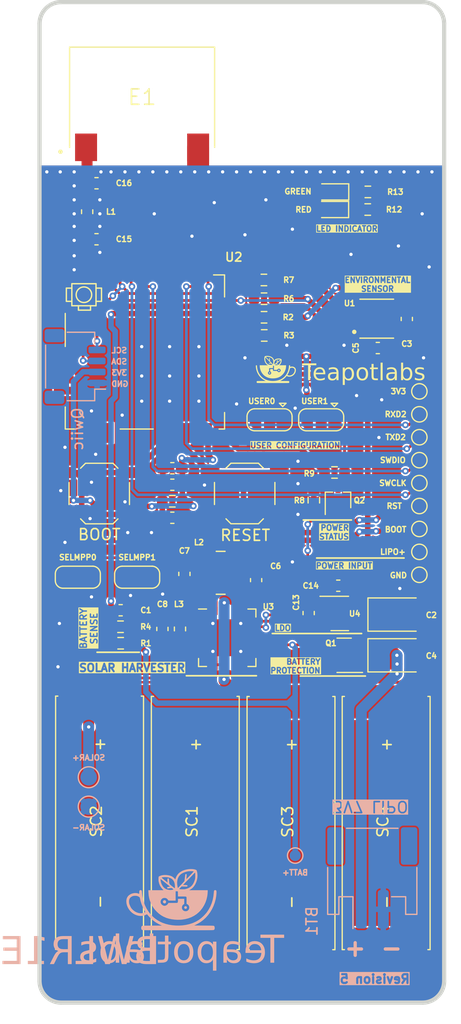
<source format=kicad_pcb>
(kicad_pcb (version 20221018) (generator pcbnew)
  (title_block (title "Teapotlabs BWLR1E") (date "2023-09-26") (rev "5") (company "Teapot Laboratories"))
  (layers (0 "F.Cu" signal) (31 "B.Cu" signal) (34 "B.Paste" user) (35 "F.Paste" user) (36 "B.SilkS" user "B.Silkscreen") (37 "F.SilkS" user "F.Silkscreen") (38 "B.Mask" user) (39 "F.Mask" user) (44 "Edge.Cuts" user))
  (net 0 "")
  (net 1 "/BATT+")
  (net 2 "GND")
  (net 3 "/USER0")
  (net 4 "/USER1")
  (net 5 "/RST")
  (net 6 "/SWDIO")
  (net 7 "/SWCLK")
  (net 8 "/RXD2")
  (net 9 "/TXD2")
  (net 10 "/RF")
  (net 11 "Net-(U3-BUFSRC)")
  (net 12 "Net-(U3-BOOST)")
  (net 13 "/SDA")
  (net 14 "/SCL")
  (net 15 "Net-(D1-K)")
  (net 16 "/BATT_MEAS")
  (net 17 "Net-(D2-K)")
  (net 18 "Net-(U3-SWBOOST)")
  (net 19 "Net-(U3-SWBUCK)")
  (net 20 "Net-(Q2-D)")
  (net 21 "Net-(U1-SDO)")
  (net 22 "Net-(U1-CSB)")
  (net 23 "+3V3")
  (net 24 "/LED1")
  (net 28 "/BUCK")
  (net 29 "/SELMPP0")
  (net 30 "/SELMPP1")
  (net 31 "/SOLAR+")
  (net 33 "/PWR_STATUS")
  (net 40 "/LED0")
  (net 41 "/LDO_EN")
  (net 46 "/LIPO+")
  (net 47 "/BOOT")
  (net 51 "/ANT")
  (footprint "Resistor_SMD:R_0603_1608Metric_Pad0.98x0.95mm_HandSolder" (layer "F.Cu") (at 154.9635 95.885)
    (fp_text reference "R9")
    (fp_text value "1M")
  )
  (footprint "Resistor_SMD:R_0603_1608Metric_Pad0.98x0.95mm_HandSolder" (layer "F.Cu") (at 157.9875 72 180)
    (fp_text reference "R12")
    (fp_text value "1K")
  )
  (footprint "bwlr1e:KXOB25-05X3F" (layer "F.Cu") (at 159.6644 127.705 90)
    (fp_text reference "SC4")
    (fp_text value "KXOB25-05X3F")
  )
  (footprint "Capacitor_SMD:C_0603_1608Metric_Pad1.08x0.95mm_HandSolder" (layer "F.Cu") (at 158.9035 84.582)
    (fp_text reference "C5")
    (fp_text value "100n")
  )
  (footprint "Button_Switch_SMD:SW_SPST_TL3342" (layer "F.Cu") (at 133.55 97.8)
    (fp_text reference "SW4")
    (fp_text value "BOOT")
  )
  (footprint "Capacitor_SMD:C_0603_1608Metric_Pad1.08x0.95mm_HandSolder" (layer "F.Cu") (at 140.2 95.5)
    (fp_text reference "C17")
    (fp_text value "10u")
  )
  (footprint "Resistor_SMD:R_0603_1608Metric_Pad0.98x0.95mm_HandSolder" (layer "F.Cu") (at 153.082 98.4015 90)
    (fp_text reference "R8")
    (fp_text value "1M")
  )
  (footprint "TestPoint:TestPoint_Pad_D1.0mm" (layer "F.Cu") (at 162.687 105.1814 -90)
    (fp_text reference "TP7")
    (fp_text value "GND")
  )
  (footprint "TestPoint:TestPoint_Pad_D1.0mm" (layer "F.Cu") (at 162.687 90.6018 -90)
    (fp_text reference "TP4")
    (fp_text value "RXD2")
  )
  (footprint "Package_TO_SOT_SMD:SOT-323_SC-70" (layer "F.Cu") (at 155.282 98.4015 90)
    (fp_text reference "Q2")
    (fp_text value "DMG1012UW")
  )
  (footprint "bwlr1e:KXOB25-05X3F" (layer "F.Cu") (at 142.2908 127.7 90)
    (fp_text reference "SC1")
    (fp_text value "KXOB25-05X3F")
  )
  (footprint "bwlr1e:KXOB25-05X3F" (layer "F.Cu") (at 151.003 127.7098 90)
    (fp_text reference "SC3")
    (fp_text value "KXOB25-05X3F")
  )
  (footprint "Resistor_SMD:R_0603_1608Metric_Pad0.98x0.95mm_HandSolder" (layer "F.Cu") (at 148.5375 78.4)
    (fp_text reference "R7")
    (fp_text value "10K")
  )
  (footprint "Jumper:SolderJumper-3_P1.3mm_Bridged12_RoundedPad1.0x1.5mm" (layer "F.Cu") (at 149.05 91.1 180)
    (fp_text reference "JP1")
    (fp_text value "USER0")
  )
  (footprint "Capacitor_SMD:C_0603_1608Metric_Pad1.08x0.95mm_HandSolder" (layer "F.Cu") (at 139.298 110.1 90)
    (fp_text reference "C8")
    (fp_text value "10u")
  )
  (footprint "TestPoint:TestPoint_Pad_D1.0mm" (layer "F.Cu") (at 162.687 88.519)
    (fp_text reference "TP8")
    (fp_text value "3V3")
  )
  (footprint "Resistor_SMD:R_0603_1608Metric_Pad0.98x0.95mm_HandSolder" (layer "F.Cu") (at 148.55 81.788)
    (fp_text reference "R2")
    (fp_text value "10K")
  )
  (footprint "Jumper:SolderJumper-3_P1.3mm_Bridged12_RoundedPad1.0x1.5mm_NumberLabels" (layer "F.Cu") (at 131.6 105.4 180)
    (fp_text reference "JP3")
    (fp_text value "SELMPP0")
  )
  (footprint "TestPoint:TestPoint_Pad_D1.0mm" (layer "F.Cu") (at 162.687 98.933 -90)
    (fp_text reference "TP5")
    (fp_text value "RST")
  )
  (footprint "Capacitor_Tantalum_SMD:CP_EIA-3528-15_AVX-H_Pad1.50x2.35mm_HandSolder" (layer "F.Cu") (at 160.64 108.793898)
    (fp_text reference "C2")
    (fp_text value "47u")
  )
  (footprint "Capacitor_Tantalum_SMD:CP_EIA-3528-15_AVX-H_Pad1.50x2.35mm_HandSolder" (layer "F.Cu") (at 160.64 112.493898)
    (fp_text reference "C4")
    (fp_text value "47u")
  )
  (footprint "LED_SMD:LED_0603_1608Metric_Pad1.05x0.95mm_HandSolder" (layer "F.Cu") (at 154.6 70.4 180)
    (fp_text reference "D2")
    (fp_text value "GREEN")
  )
  (footprint "Capacitor_SMD:C_0603_1608Metric_Pad1.08x0.95mm_HandSolder" (layer "F.Cu") (at 140.2 97)
    (fp_text reference "C12")
    (fp_text value "100n")
  )
  (footprint "bwlr1e:TeapotLogo4mm" (layer "F.Cu") (at 149.606 86.487)
    (fp_text reference "G***")
    (fp_text value "LOGO" hide)
  )
  (footprint "Resistor_SMD:R_0603_1608Metric_Pad0.98x0.95mm_HandSolder" (layer "F.Cu") (at 140.2 98.5 180)
    (fp_text reference "R5")
    (fp_text value "1K")
  )
  (footprint "Inductor_SMD:L_0603_1608Metric_Pad1.05x0.95mm_HandSolder" (layer "F.Cu") (at 140.898 110.1 90)
    (fp_text reference "L3")
    (fp_text value "10u")
  )
  (footprint "LED_SMD:LED_0603_1608Metric_Pad1.05x0.95mm_HandSolder" (layer "F.Cu") (at 154.5875 72 180)
    (fp_text reference "D1")
    (fp_text value "RED")
  )
  (footprint "Jumper:SolderJumper-3_P1.3mm_Bridged12_RoundedPad1.0x1.5mm_NumberLabels" (layer "F.Cu") (at 137 105.4 180)
    (fp_text reference "JP4")
    (fp_text value "SELMPP1")
  )
  (footprint "Package_DFN_QFN:QFN-28-1EP_5x5mm_P0.5mm_EP3.35x3.35mm" (layer "F.Cu") (at 145.198 110.9)
    (fp_text reference "U3")
    (fp_text value "AEM10941")
  )
  (footprint "bwlr1e:XDCR_ANT-915-USP410" (layer "F.Cu") (at 137.45 61.8)
    (fp_text reference "E1")
    (fp_text value "ANT-915-USP410")
  )
  (footprint "Resistor_SMD:R_0603_1608Metric_Pad0.98x0.95mm_HandSolder" (layer "F.Cu") (at 135.4855 109.9)
    (fp_text reference "R4")
    (fp_text value "10M")
  )
  (footprint "Capacitor_SMD:C_0603_1608Metric_Pad1.08x0.95mm_HandSolder" (layer "F.Cu") (at 155.304 106.172 180)
    (fp_text reference "C14")
    (fp_text value "10u")
  )
  (footprint "Button_Switch_SMD:SW_SPST_TL3342" (layer "F.Cu") (at 146.787 97.795 180)
    (fp_text reference "SW3")
    (fp_text value "RESET")
  )
  (footprint "TestPoint:TestPoint_Pad_D1.0mm" (layer "F.Cu") (at 162.687 92.6846 -90)
    (fp_text reference "TP2")
    (fp_text value "TXD2")
  )
  (footprint "Resistor_SMD:R_0603_1608Metric_Pad0.98x0.95mm_HandSolder" (layer "F.Cu") (at 148.5665 83.439)
    (fp_text reference "R3")
    (fp_text value "10K")
  )
  (footprint "TestPoint:TestPoint_Pad_D1.0mm" (layer "F.Cu") (at 162.687 103.0986 -90)
    (fp_text reference "TP1")
    (fp_text value "LIPO+")
  )
  (footprint "Resistor_SMD:R_0603_1608Metric_Pad0.98x0.95mm_HandSolder" (layer "F.Cu") (at 158 70.4 180)
    (fp_text reference "R13")
    (fp_text value "1K")
  )
  (footprint "bwlr1e:KXOB25-05X3F" (layer "F.Cu") (at 133.5786 127.675 90)
    (fp_text reference "SC2")
    (fp_text value "KXOB25-05X3F")
  )
  (footprint "bwlr1e:BME680-PSON80P300X300X100-8N" (layer "F.Cu") (at 158.807 81.915 180)
    (fp_text reference "U1")
    (fp_text value "BME688")
  )
  (footprint "TestPoint:TestPoint_Pad_D1.0mm" (layer "F.Cu") (at 162.687 96.8502 -90)
    (fp_text reference "TP6")
    (fp_text value "SWCLK")
  )
  (footprint "bwlr1e:EdgeCut_BWLR1E" (layer "F.Cu") (at 149.8 96.032468)
    (fp_text reference "REF**")
    (fp_text value "EdgeCut_BWLR1E")
    (fp_line (start -21.684779 -40.911666) (end -21.684779 -40.911666) (stroke (width 0.380999)) (layer "Edge.Cuts"))
    (fp_line (start -21.684779 -40.911666) (end -21.684779 -40.911666) (stroke (width 0.380999)) (layer "Edge.Cuts"))
    (fp_line (start -21.684779 -40.911666) (end -21.682225 -41.012698) (stroke (width 0.380999)) (layer "Edge.Cuts"))
    (fp_line (start -21.684778 46.046731) (end -21.684779 -40.911666) (stroke (width 0.380999)) (layer "Edge.Cuts"))
    (fp_line (start -21.684778 46.046731) (end -21.684778 46.046731) (stroke (width 0.380999)) (layer "Edge.Cuts"))
    (fp_line (start -21.682225 -41.012698) (end -21.674643 -41.112403) (stroke (width 0.380999)) (layer "Edge.Cuts"))
    (fp_line (start -21.682223 46.147762) (end -21.684778 46.046731) (stroke (width 0.380999)) (layer "Edge.Cuts"))
    (fp_line (start -21.674643 -41.112403) (end -21.662158 -41.210658) (stroke (width 0.380999)) (layer "Edge.Cuts"))
    (fp_line (start -21.674642 46.247467) (end -21.682223 46.147762) (stroke (width 0.380999)) (layer "Edge.Cuts"))
    (fp_line (start -21.662158 -41.210658) (end -21.644892 -41.30734) (stroke (width 0.380999)) (layer "Edge.Cuts"))
    (fp_line (start -21.662156 46.345722) (end -21.674642 46.247467) (stroke (width 0.380999)) (layer "Edge.Cuts"))
    (fp_line (start -21.644892 -41.30734) (end -21.62297 -41.402326) (stroke (width 0.380999)) (layer "Edge.Cuts"))
    (fp_line (start -21.644891 46.442404) (end -21.662156 46.345722) (stroke (width 0.380999)) (layer "Edge.Cuts"))
    (fp_line (start -21.62297 -41.402326) (end -21.596513 -41.495492) (stroke (width 0.380999)) (layer "Edge.Cuts"))
    (fp_line (start -21.622968 46.537389) (end -21.644891 46.442404) (stroke (width 0.380999)) (layer "Edge.Cuts"))
    (fp_line (start -21.596513 -41.495492) (end -21.565647 -41.586715) (stroke (width 0.380999)) (layer "Edge.Cuts"))
    (fp_line (start -21.596512 46.630555) (end -21.622968 46.537389) (stroke (width 0.380999)) (layer "Edge.Cuts"))
    (fp_line (start -21.565647 -41.586715) (end -21.530494 -41.675872) (stroke (width 0.380999)) (layer "Edge.Cuts"))
    (fp_line (start -21.565646 46.721778) (end -21.596512 46.630555) (stroke (width 0.380999)) (layer "Edge.Cuts"))
    (fp_line (start -21.530494 -41.675872) (end -21.491177 -41.762839) (stroke (width 0.380999)) (layer "Edge.Cuts"))
    (fp_line (start -21.530492 46.810934) (end -21.565646 46.721778) (stroke (width 0.380999)) (layer "Edge.Cuts"))
    (fp_line (start -21.491177 -41.762839) (end -21.44782 -41.847493) (stroke (width 0.380999)) (layer "Edge.Cuts"))
    (fp_line (start -21.491175 46.897901) (end -21.530492 46.810934) (stroke (width 0.380999)) (layer "Edge.Cuts"))
    (fp_line (start -21.44782 -41.847493) (end -21.400546 -41.92971) (stroke (width 0.380999)) (layer "Edge.Cuts"))
    (fp_line (start -21.447818 46.982555) (end -21.491175 46.897901) (stroke (width 0.380999)) (layer "Edge.Cuts"))
    (fp_line (start -21.400546 -41.92971) (end -21.349479 -42.009367) (stroke (width 0.380999)) (layer "Edge.Cuts"))
    (fp_line (start -21.400544 47.064772) (end -21.447818 46.982555) (stroke (width 0.380999)) (layer "Edge.Cuts"))
    (fp_line (start -21.349479 -42.009367) (end -21.294741 -42.086341) (stroke (width 0.380999)) (layer "Edge.Cuts"))
    (fp_line (start -21.349477 47.144429) (end -21.400544 47.064772) (stroke (width 0.380999)) (layer "Edge.Cuts"))
    (fp_line (start -21.294741 -42.086341) (end -21.236457 -42.160508) (stroke (width 0.380999)) (layer "Edge.Cuts"))
    (fp_line (start -21.29474 47.221403) (end -21.349477 47.144429) (stroke (width 0.380999)) (layer "Edge.Cuts"))
    (fp_line (start -21.236457 -42.160508) (end -21.17475 -42.231746) (stroke (width 0.380999)) (layer "Edge.Cuts"))
    (fp_line (start -21.236456 47.295571) (end -21.29474 47.221403) (stroke (width 0.380999)) (layer "Edge.Cuts"))
    (fp_line (start -21.17475 -42.231746) (end -21.109742 -42.29993) (stroke (width 0.380999)) (layer "Edge.Cuts"))
    (fp_line (start -21.174748 47.366808) (end -21.236456 47.295571) (stroke (width 0.380999)) (layer "Edge.Cuts"))
    (fp_line (start -21.109742 -42.29993) (end -21.041558 -42.364938) (stroke (width 0.380999)) (layer "Edge.Cuts"))
    (fp_line (start -21.109741 47.434993) (end -21.174748 47.366808) (stroke (width 0.380999)) (layer "Edge.Cuts"))
    (fp_line (start -21.041558 -42.364938) (end -20.97032 -42.426645) (stroke (width 0.380999)) (layer "Edge.Cuts"))
    (fp_line (start -21.041556 47.5) (end -21.109741 47.434993) (stroke (width 0.380999)) (layer "Edge.Cuts"))
    (fp_line (start -20.97032 -42.426645) (end -20.896153 -42.484929) (stroke (width 0.380999)) (layer "Edge.Cuts"))
    (fp_line (start -20.970319 47.561708) (end -21.041556 47.5) (stroke (width 0.380999)) (layer "Edge.Cuts"))
    (fp_line (start -20.896153 -42.484929) (end -20.819179 -42.539667) (stroke (width 0.380999)) (layer "Edge.Cuts"))
    (fp_line (start -20.896152 47.619992) (end -20.970319 47.561708) (stroke (width 0.380999)) (layer "Edge.Cuts"))
    (fp_line (start -20.819179 -42.539667) (end -20.739522 -42.590734) (stroke (width 0.380999)) (layer "Edge.Cuts"))
    (fp_line (start -20.819177 47.67473) (end -20.896152 47.619992) (stroke (width 0.380999)) (layer "Edge.Cuts"))
    (fp_line (start -20.739522 -42.590734) (end -20.657304 -42.638008) (stroke (width 0.380999)) (layer "Edge.Cuts"))
    (fp_line (start -20.73952 47.725797) (end -20.819177 47.67473) (stroke (width 0.380999)) (layer "Edge.Cuts"))
    (fp_line (start -20.657304 -42.638008) (end -20.572651 -42.681365) (stroke (width 0.380999)) (layer "Edge.Cuts"))
    (fp_line (start -20.657303 47.773071) (end -20.73952 47.725797) (stroke (width 0.380999)) (layer "Edge.Cuts"))
    (fp_line (start -20.572651 -42.681365) (end -20.485684 -42.720681) (stroke (width 0.380999)) (layer "Edge.Cuts"))
    (fp_line (start -20.572649 47.816429) (end -20.657303 47.773071) (stroke (width 0.380999)) (layer "Edge.Cuts"))
    (fp_line (start -20.485684 -42.720681) (end -20.396527 -42.755835) (stroke (width 0.380999)) (layer "Edge.Cuts"))
    (fp_line (start -20.485683 47.855746) (end -20.572649 47.816429) (stroke (width 0.380999)) (layer "Edge.Cuts"))
    (fp_line (start -20.396527 -42.755835) (end -20.305304 -42.786701) (stroke (width 0.380999)) (layer "Edge.Cuts"))
    (fp_line (start -20.396526 47.890899) (end -20.485683 47.855746) (stroke (width 0.380999)) (layer "Edge.Cuts"))
    (fp_line (start -20.305304 -42.786701) (end -20.212138 -42.813157) (stroke (width 0.380999)) (layer "Edge.Cuts"))
    (fp_line (start -20.305303 47.921766) (end -20.396526 47.890899) (stroke (width 0.380999)) (layer "Edge.Cuts"))
    (fp_line (start -20.212138 -42.813157) (end -20.117152 -42.83508) (stroke (width 0.380999)) (layer "Edge.Cuts"))
    (fp_line (start -20.212137 47.948222) (end -20.305303 47.921766) (stroke (width 0.380999)) (layer "Edge.Cuts"))
    (fp_line (start -20.117152 -42.83508) (end -20.02047 -42.852346) (stroke (width 0.380999)) (layer "Edge.Cuts"))
    (fp_line (start -20.117151 47.970145) (end -20.212137 47.948222) (stroke (width 0.380999)) (layer "Edge.Cuts"))
    (fp_line (start -20.02047 -42.852346) (end -19.922215 -42.864831) (stroke (width 0.380999)) (layer "Edge.Cuts"))
    (fp_line (start -20.020469 47.98741) (end -20.117151 47.970145) (stroke (width 0.380999)) (layer "Edge.Cuts"))
    (fp_line (start -19.922215 -42.864831) (end -19.82251 -42.872413) (stroke (width 0.380999)) (layer "Edge.Cuts"))
    (fp_line (start -19.922213 47.999896) (end -20.020469 47.98741) (stroke (width 0.380999)) (layer "Edge.Cuts"))
    (fp_line (start -19.82251 -42.872413) (end -19.721479 -42.874967) (stroke (width 0.380999)) (layer "Edge.Cuts"))
    (fp_line (start -19.822509 48.007478) (end -19.922213 47.999896) (stroke (width 0.380999)) (layer "Edge.Cuts"))
    (fp_line (start -19.721479 -42.874967) (end -19.721479 -42.874967) (stroke (width 0.380999)) (layer "Edge.Cuts"))
    (fp_line (start -19.721479 -42.874967) (end 13.179921 -42.874967) (stroke (width 0.380999)) (layer "Edge.Cuts"))
    (fp_line (start -19.721477 48.010032) (end -19.822509 48.007478) (stroke (width 0.380999)) (layer "Edge.Cuts"))
    (fp_line (start -19.721477 48.010032) (end -19.721477 48.010032) (stroke (width 0.380999)) (layer "Edge.Cuts"))
    (fp_line (start 13.179921 -42.874967) (end 13.179921 -42.874967) (stroke (width 0.380999)) (layer "Edge.Cuts"))
    (fp_line (start 13.179921 -42.874967) (end 13.277275 -42.872554) (stroke (width 0.380999)) (layer "Edge.Cuts"))
    (fp_line (start 13.179921 48.010032) (end -19.721477 48.010032) (stroke (width 0.380999)) (layer "Edge.Cuts"))
    (fp_line (start 13.179921 48.010032) (end 13.179921 48.010032) (stroke (width 0.380999)) (layer "Edge.Cuts"))
    (fp_line (start 13.277275 -42.872554) (end 13.373969 -42.86536) (stroke (width 0.380999)) (layer "Edge.Cuts"))
    (fp_line (start 13.280952 48.007478) (end 13.179921 48.010032) (stroke (width 0.380999)) (layer "Edge.Cuts"))
    (fp_line (start 13.373969 -42.86536) (end 13.469841 -42.853451) (stroke (width 0.380999)) (layer "Edge.Cuts"))
    (fp_line (start 13.380657 47.999896) (end 13.280952 48.007478) (stroke (width 0.380999)) (layer "Edge.Cuts"))
    (fp_line (start 13.469841 -42.853451) (end 13.564731 -42.836894) (stroke (width 0.380999)) (layer "Edge.Cuts"))
    (fp_line (start 13.478912 47.98741) (end 13.380657 47.999896) (stroke (width 0.380999)) (layer "Edge.Cuts"))
    (fp_line (start 13.564731 -42.836894) (end 13.658477 -42.815756) (stroke (width 0.380999)) (layer "Edge.Cuts"))
    (fp_line (start 13.575594 47.970145) (end 13.478912 47.98741) (stroke (width 0.380999)) (layer "Edge.Cuts"))
    (fp_line (start 13.658477 -42.815756) (end 13.750918 -42.790103) (stroke (width 0.380999)) (layer "Edge.Cuts"))
    (fp_line (start 13.67058 47.948222) (end 13.575594 47.970145) (stroke (width 0.380999)) (layer "Edge.Cuts"))
    (fp_line (start 13.750918 -42.790103) (end 13.841895 -42.760002) (stroke (width 0.380999)) (layer "Edge.Cuts"))
    (fp_line (start 13.763746 47.921766) (end 13.67058 47.948222) (stroke (width 0.380999)) (layer "Edge.Cuts"))
    (fp_line (start 13.841895 -42.760002) (end 13.931245 -42.72552) (stroke (width 0.380999)) (layer "Edge.Cuts"))
    (fp_line (start 13.85497 47.890899) (end 13.763746 47.921766) (stroke (width 0.380999)) (layer "Edge.Cuts"))
    (fp_line (start 13.931245 -42.72552) (end 14.018807 -42.686723) (stroke (width 0.380999)) (layer "Edge.Cuts"))
    (fp_line (start 13.944126 47.855746) (end 13.85497 47.890899) (stroke (width 0.380999)) (layer "Edge.Cuts"))
    (fp_line (start 14.018807 -42.686723) (end 14.104422 -42.643678) (stroke (width 0.380999)) (layer "Edge.Cuts"))
    (fp_line (start 14.031093 47.816429) (end 13.944126 47.855746) (stroke (width 0.380999)) (layer "Edge.Cuts"))
    (fp_line (start 14.104422 -42.643678) (end 14.187927 -42.596451) (stroke (width 0.380999)) (layer "Edge.Cuts"))
    (fp_line (start 14.115747 47.773071) (end 14.031093 47.816429) (stroke (width 0.380999)) (layer "Edge.Cuts"))
    (fp_line (start 14.187927 -42.596451) (end 14.269163 -42.54511) (stroke (width 0.380999)) (layer "Edge.Cuts"))
    (fp_line (start 14.197964 47.725797) (end 14.115747 47.773071) (stroke (width 0.380999)) (layer "Edge.Cuts"))
    (fp_line (start 14.269163 -42.54511) (end 14.347967 -42.48972) (stroke (width 0.380999)) (layer "Edge.Cuts"))
    (fp_line (start 14.277621 47.67473) (end 14.197964 47.725797) (stroke (width 0.380999)) (layer "Edge.Cuts"))
    (fp_line (start 14.347967 -42.48972) (end 14.42418 -42.430349) (stroke (width 0.380999)) (layer "Edge.Cuts"))
    (fp_line (start 14.354595 47.619992) (end 14.277621 47.67473) (stroke (width 0.380999)) (layer "Edge.Cuts"))
    (fp_line (start 14.42418 -42.430349) (end 14.49764 -42.367064) (stroke (width 0.380999)) (layer "Edge.Cuts"))
    (fp_line (start 14.428762 47.561708) (end 14.354595 47.619992) (stroke (width 0.380999)) (layer "Edge.Cuts"))
    (fp_line (start 14.49764 -42.367064) (end 14.568186 -42.29993) (stroke (width 0.380999)) (layer "Edge.Cuts"))
    (fp_line (start 14.5 47.5) (end 14.428762 47.561708) (stroke (width 0.380999)) (layer "Edge.Cuts"))
    (fp_line (start 14.568184 47.434993) (end 14.5 47.5) (stroke (width 0.380999)) (layer "Edge.Cuts"))
    (fp_line (start 14.568186 -42.29993) (end 14.568186 -42.29993) (stroke (width 0.380999)) (layer "Edge.Cuts"))
    (fp_line (start 14.568186 -42.29993) (end 14.635319 -42.229384) (stroke (width 0.380999)) (layer "Edge.Cuts"))
    (fp_line (start 14.633192 47.366808) (end 14.568184 47.434993) (stroke (width 0.380999)) (layer "Edge.Cuts"))
    (fp_line (start 14.635319 -42.229384) (end 14.698604 -42.155924) (stroke (width 0.380999)) (layer "Edge.Cuts"))
    (fp_line (start 14.694899 47.295571) (end 14.633192 47.366808) (stroke (width 0.380999)) (layer "Edge.Cuts"))
    (fp_line (start 14.698604 -42.155924) (end 14.757974 -42.079711) (stroke (width 0.380999)) (layer "Edge.Cuts"))
    (fp_line (start 14.753183 47.221403) (end 14.694899 47.295571) (stroke (width 0.380999)) (layer "Edge.Cuts"))
    (fp_line (start 14.757974 -42.079711) (end 14.813363 -42.000907) (stroke (width 0.380999)) (layer "Edge.Cuts"))
    (fp_line (start 14.807921 47.144429) (end 14.753183 47.221403) (stroke (width 0.380999)) (layer "Edge.Cuts"))
    (fp_line (start 14.813363 -42.000907) (end 14.864705 -41.919671) (stroke (width 0.380999)) (layer "Edge.Cuts"))
    (fp_line (start 14.858988 47.064772) (end 14.807921 47.144429) (stroke (width 0.380999)) (layer "Edge.Cuts"))
    (fp_line (start 14.864705 -41.919671) (end 14.911931 -41.836166) (stroke (width 0.380999)) (layer "Edge.Cuts"))
    (fp_line (start 14.906262 46.982555) (end 14.858988 47.064772) (stroke (width 0.380999)) (layer "Edge.Cuts"))
    (fp_line (start 14.911931 -41.836166) (end 14.954976 -41.750552) (stroke (width 0.380999)) (layer "Edge.Cuts"))
    (fp_line (start 14.949619 46.897901) (end 14.906262 46.982555) (stroke (width 0.380999)) (layer "Edge.Cuts"))
    (fp_line (start 14.954976 -41.750552) (end 14.993773 -41.662989) (stroke (width 0.380999)) (layer "Edge.Cuts"))
    (fp_line (start 14.988936 46.810934) (end 14.949619 46.897901) (stroke (width 0.380999)) (layer "Edge.Cuts"))
    (fp_line (start 14.993773 -41.662989) (end 15.028256 -41.573639) (stroke (width 0.380999)) (layer "Edge.Cuts"))
    (fp_line (start 15.024089 46.721778) (end 14.988936 46.810934) (stroke (width 0.380999)) (layer "Edge.Cuts"))
    (fp_line (start 15.028256 -41.573639) (end 15.058357 -41.482663) (stroke (width 0.380999)) (layer "Edge.Cuts"))
    (fp_line (start 15.054955 46.630555) (end 15.024089 46.721778) (stroke (width 0.380999)) (layer "Edge.Cuts"))
    (fp_line (start 15.058357 -41.482663) (end 15.08401 -41.390222) (stroke (width 0.380999)) (layer "Edge.Cuts"))
    (fp_line (start 15.081412 46.537389) (end 15.054955 46.630555) (stroke (width 0.380999)) (layer "Edge.Cuts"))
    (fp_line (start 15.08401 -41.390222) (end 15.105148 -41.296476) (stroke (width 0.380999)) (layer "Edge.Cuts"))
    (fp_line (start 15.103334 46.442404) (end 15.081412 46.537389) (stroke (width 0.380999)) (layer "Edge.Cuts"))
    (fp_line (start 15.105148 -41.296476) (end 15.121705 -41.201587) (stroke (width 0.380999)) (layer "Edge.Cuts"))
    (fp_line (start 15.1206 46.345722) (end 15.103334 46.442404) (stroke (width 0.380999)) (layer "Edge.Cuts"))
    (fp_line (start 15.121705 -41.201587) (end 15.133614 -41.105715) (stroke (width 0.380999)) (layer "Edge.Cuts"))
    (fp_line (start 15.133085 46.247467) (end 15.1206 46.345722) (stroke (width 0.380999)) (layer "Edge.Cuts"))
    (fp_line (start 15.133614 -41.105715) (end 15.140809 -41.009021) (stroke (width 0.380999)) (layer "Edge.Cuts"))
    (fp_line (start 15.140667 46.147762) (end 15.133085 46.247467) (stroke (width 0.380999)) (layer "Edge.Cuts"))
    (fp_line (start 15.140809 -41.009021) (end 15.143222 -40.911666) (stroke (width 0.380999)) (layer "Edge.Cuts"))
    (fp_line (start 15.143222 -40.911666) (end 15.143222 -40.911666) (stroke (width 0.380999)) (layer "Edge.Cuts"))
    (fp_line (start 15.143222 -40.911666) (end 15.143222 46.046731) (stroke (width 0.380999)) (layer "Edge.Cuts"))
    (fp_line (start 15.143222 46.046731) (end 15.140667 46.147762) (stroke (width 0.380999)) (layer "Edge.Cuts"))
    (fp_line (start 15.143222 46.046731) (end 15.143222 46.046731) (stroke (width 0.380999)) (layer "Edge.Cuts"))
  )
  (footprint "Capacitor_SMD:C_0603_1608Metric" (layer "F.Cu") (at 147.828 105.664 90)
    (fp_text reference "C6")
    (fp_text value "10u")
  )
  (footprint "bwlr1e:IND_LPS4012-103MRB" (layer "F.Cu") (at 144.6 105 180)
    (fp_text reference "L2")
    (fp_text value "10u")
  )
  (footprint "Resistor_SMD:R_0603_1608Metric_Pad0.98x0.95mm_HandSolder" (layer "F.Cu") (at 148.55 80.1)
    (fp_text reference "R6")
    (fp_text value "10K")
  )
  (footprint "Capacitor_SMD:C_0603_1608Metric_Pad1.08x0.95mm_HandSolder" (layer "F.Cu") (at 152.6105 108.656398 -90)
    (fp_text reference "C13")
    (fp_text value "10u")
  )
  (footprint "Capacitor_SMD:C_0603_1608Metric_Pad1.08x0.95mm_HandSolder" (layer "F.Cu") (at 140.2 100 180)
    (fp_text reference "C11")
    (fp_text value "100n")
  )
  (footprint "Package_TO_SOT_SMD:SOT-23-5" (layer "F.Cu") (at 155.4425 108.693898)
    (fp_text reference "U4")
    (fp_text value "XC6215")
  )
  (footprint "Resistor_SMD:R_0603_1608Metric_Pad0.98x0.95mm_HandSolder" (layer "F.Cu") (at 135.498 111.4 180)
    (fp_text reference "R1")
    (fp_text value "4.7M")
  )
  (footprint "Capacitor_SMD:C_0603_1608Metric_Pad1.08x0.95mm_HandSolder" (layer "F.Cu") (at 133.3 69.6125 180)
    (fp_text reference "C16")
    (fp_text value "DNP")
  )
  (footprint "Capacitor_SMD:C_0603_1608Metric_Pad1.08x0.95mm_HandSolder" (layer "F.Cu") (at 135.498 108.4)
    (fp_text reference "C1")
    (fp_text value "100n")
  )
  (footprint "bwlr1e:RAK3172" (layer "F.Cu") (at 137.725 84.9)
    (fp_text reference "U2")
    (fp_text value "RAK3172-T")
  )
  (footprint "Capacitor_SMD:C_0603_1608Metric_Pad1.08x0.95mm_HandSolder" (layer "F.Cu") (at 133.3 74.7 180)
    (fp_text reference "C15")
    (fp_text value "DNP")
  )
  (footprint "Jumper:SolderJumper-3_P1.3mm_Open_RoundedPad1.0x1.5mm" (layer "F.Cu") (at 153.75 91.1 180)
    (fp_text reference "JP2")
    (fp_text value "USER1")
  )
  (footprint "Package_TO_SOT_SMD:SOT-23" (layer "F.Cu") (at 155.84 112.493898 180)
    (fp_text reference "Q1")
    (fp_text value "AO3407A")
  )
  (footprint "Inductor_SMD:L_0603_1608Metric_Pad1.05x0.95mm_HandSolder" (layer "F.Cu") (at 132.45 72.2 90)
    (fp_text reference "L1")
    (fp_text value "0")
  )
  (footprint "TestPoint:TestPoint_Pad_D1.0mm" (layer "F.Cu") (at 162.687 101.0158 90)
    (fp_text reference "TP14")
    (fp_text value "BOOT")
  )
  (footprint "Capacitor_SMD:C_0603_1608Metric_Pad1.08x0.95mm_HandSolder" (layer "F.Cu") (at 161.544 81.9415 -90)
    (fp_text reference "C3")
    (fp_text value "100n")
  )
  (footprint "Capacitor_SMD:C_0603_1608Metric_Pad1.08x0.95mm_HandSolder" (layer "F.Cu") (at 141.3 105.1 90)
    (fp_text reference "C7")
    (fp_text value "22u")
  )
  (footprint "TestPoint:TestPoint_Pad_D1.0mm" (layer "F.Cu") (at 162.687 94.7674 -90)
    (fp_text reference "TP3")
    (fp_text value "SWDIO")
  )
  (footprint "bwlr1e:JST_PH_S2B-PH-SM4-TB_1x02-1MP_P2.00mm_Horizontal" (layer "B.Cu") (at 158.4 132.715)
    (fp_text reference "BT1")
    (fp_text value "3.7v LiPo")
  )
  (footprint "bwlr1e:JST_SH_SM04B-SRSS-TB_1x04-1MP_P1.00mm_Horizontal" (layer "B.Cu") (at 131.35 86.257 90)
    (fp_text reference "J1")
    (fp_text value "Qwiic")
  )
  (footprint "TestPoint:TestPoint_Pad_D1.0mm" (layer "B.Cu") (at 151.384 130.683 180)
    (fp_text reference "TP9")
    (fp_text value "BATT+")
  )
  (footprint "TestPoint:TestPoint_Pad_D1.5mm" (layer "B.Cu") (at 132.588 126.238 -90)
    (fp_text reference "TP11")
    (fp_text value "SOLAR-")
  )
  (footprint "TestPoint:TestPoint_Pad_D1.5mm" (layer "B.Cu") (at 132.588 123.571 -90)
    (fp_text reference "TP10")
    (fp_text value "SOLAR+")
  )
  (footprint "bwlr1e:TeapotLogo" (layer "B.Cu") (at 140.589 134.62 180)
    (fp_text reference "G***")
    (fp_text value "LOGO" hide)
  )
  (gr_line (start 153.3398 103.6574) (end 161.29 103.6574) (stroke (width 0.15)) (layer "F.SilkS"))
  (gr_line (start 152.1206 100.203) (end 156.5021 100.203) (stroke (width 0.15)) (layer "F.SilkS"))
  (gr_line (start 133.35 112.2172) (end 137.1854 112.2172) (stroke (width 0.15)) (layer "F.SilkS"))
  (gr_line (start 149.3012 110.5154) (end 157.4292 110.5154) (stroke (width 0.15)) (layer "F.SilkS"))
  (gr_line (start 141.478 114.3508) (end 147.8534 114.3508) (stroke (width 0.15)) (layer "F.SilkS"))
  (gr_line (start 151.8539 114.3762) (end 157.7721 114.3762) (stroke (width 0.15)) (layer "F.SilkS"))
  (gr_text "Teapotlabs" (at 150.368 140.843) (layer "B.SilkS") (effects (font (size 2.5 2.5)) (justify left bottom mirror)))
  (gr_text "3V3" (at 136.144 87.122) (layer "B.SilkS") (effects (font (size 0.5 0.5) (thickness 0.125)) (justify left bottom mirror)))
  (gr_text "SDA" (at 136.144 86.106) (layer "B.SilkS") (effects (font (size 0.5 0.5) (thickness 0.125)) (justify left bottom mirror)))
  (gr_text "Revision 5" (at 161.925 142.367) (layer "B.SilkS" knockout) (effects (font (size 0.8 0.8) (thickness 0.2) bold) (justify left bottom mirror)))
  (gr_text "GND" (at 136.271 88.138) (layer "B.SilkS") (effects (font (size 0.5 0.5) (thickness 0.125)) (justify left bottom mirror)))
  (gr_text "BWLR1E" (at 139.065 140.97) (layer "B.SilkS") (effects (font (size 2.5 2.5)) (justify left bottom mirror)))
  (gr_text "SCL" (at 136.144 85.09) (layer "B.SilkS") (effects (font (size 0.5 0.5) (thickness 0.125)) (justify left bottom mirror)))
  (gr_text "-" (at 160.16 139.065) (layer "B.SilkS") (effects (font (size 1.5 1.5) (thickness 0.3)) (justify mirror)))
  (gr_text "+" (at 156.845 139.065) (layer "B.SilkS") (effects (font (size 1.5 1.5) (thickness 0.3)) (justify mirror)))
  (gr_text "3V7 LIPO" (at 158.242 126.238 180) (layer "B.SilkS" knockout) (effects (font (size 1 1)) (justify mirror)))
  (gr_text "SOLAR HARVESTER" (at 131.6228 114.046) (layer "F.SilkS" knockout) (effects (font (size 0.7 0.7) (thickness 0.175) bold) (justify left bottom)))
  (gr_text "POWER\nSTATUS" (at 156.337 102.0064) (layer "F.SilkS" knockout) (effects (font (size 0.5 0.5) (thickness 0.125) bold) (justify right bottom)))
  (gr_text "POWER INPUT" (at 155.829 104.648) (layer "F.SilkS" knockout) (effects (font (size 0.5 0.5) (thickness 0.125)) (justify bottom)))
  (gr_text "USER CONFIGURATION" (at 151.384 93.726) (layer "F.SilkS" knockout) (effects (font (size 0.5 0.5) (thickness 0.125) bold) (justify bottom)))
  (gr_text "ENVIRONMENTAL\nSENSOR" (at 158.877 79.502) (layer "F.SilkS" knockout) (effects (font (size 0.5 0.5) (thickness 0.125) bold) (justify bottom)))
  (gr_text "Teapotlabs" (at 152.019 87.757) (layer "F.SilkS") (effects (font (size 1.5 1.5)) (justify left bottom)))
  (gr_text "BATTERY\nSENSE" (at 133.4262 110.0582 90) (layer "F.SilkS" knockout) (effects (font (size 0.6 0.6) (thickness 0.125) bold) (justify bottom)))
  (gr_text "LDO" (at 149.4609 110.3122) (layer "F.SilkS" knockout) (effects (font (size 0.5 0.5) (thickness 0.125) bold) (justify left bottom)))
  (gr_text "LED INDICATOR" (at 156.083 74.041) (layer "F.SilkS" knockout) (effects (font (size 0.5 0.5) (thickness 0.125) bold) (justify bottom)))
  (gr_text "BATTERY\nPROTECTION" (at 153.7462 114.173) (layer "F.SilkS" knockout) (effects (font (size 0.5 0.5) (thickness 0.125) bold) (justify right bottom)))
  (segment (start 147.648 111.9) (end 148.45 111.9) (width 0.25) (layer "F.Cu") (net 1))
  (segment (start 155.448 111.543898) (end 155.956 111.543898) (width 0.25) (layer "F.Cu") (net 1))
  (segment (start 148.45 111.9) (end 148.806102 111.543898) (width 0.25) (layer "F.Cu") (net 1))
  (segment (start 157.734 110.744) (end 157.734 109.347) (width 0.25) (layer "F.Cu") (net 1))
  (segment (start 152.6105 107.793898) (end 154.255 107.793898) (width 0.5) (layer "F.Cu") (net 1))
  (segment (start 157.734 109.347) (end 157.099 108.712) (width 0.25) (layer "F.Cu") (net 1))
  (segment (start 156.0395 108.712) (end 156.591 108.712) (width 0.25) (layer "F.Cu") (net 1))
  (segment (start 156.934102 111.543898) (end 157.734 110.744) (width 0.25) (layer "F.Cu") (net 1))
  (segment (start 154.255 107.793898) (end 154.305 107.743898) (width 0.5) (layer "F.Cu") (net 1))
  (segment (start 155.956 111.543898) (end 156.7775 111.543898) (width 0.25) (layer "F.Cu") (net 1))
  (segment (start 151.13 111.543898) (end 155.448 111.543898) (width 0.25) (layer "F.Cu") (net 1))
  (segment (start 157.099 108.712) (end 156.591 108.712) (width 0.25) (layer "F.Cu") (net 1))
  (segment (start 136.4105 111.4) (end 137.0032 111.4) (width 0.5) (layer "F.Cu") (net 1))
  (segment (start 156.7775 111.543898) (end 156.934102 111.543898) (width 0.25) (layer "F.Cu") (net 1))
  (segment (start 137.0032 111.4) (end 137.795 112.1918) (width 0.5) (layer "F.Cu") (net 1))
  (segment (start 154.305 107.743898) (end 155.071398 107.743898) (width 0.25) (layer "F.Cu") (net 1))
  (segment (start 155.071398 107.743898) (end 156.0395 108.712) (width 0.25) (layer "F.Cu") (net 1))
  (segment (start 148.806102 111.543898) (end 151.13 111.543898) (width 0.25) (layer "F.Cu") (net 1))
  (via (at 151.13 111.543898) (size 0.6) (drill 0.3) (layers "F.Cu" "B.Cu") (net 1))
  (via (at 137.795 112.1918) (size 0.6) (drill 0.3) (layers "F.Cu" "B.Cu") (net 1))
  (segment (start 151.384 117.475) (end 151.384 116.84) (width 0.5) (layer "B.Cu") (net 1))
  (segment (start 138.811 116.84) (end 137.795 115.824) (width 0.5) (layer "B.Cu") (net 1))
  (segment (start 151.384 115.951) (end 151.384 111.797898) (width 0.5) (layer "B.Cu") (net 1))
  (segment (start 150.749 116.84) (end 151.384 116.205) (width 0.5) (layer "B.Cu") (net 1))
  (segment (start 151.384 116.205) (end 151.384 115.951) (width 0.5) (layer "B.Cu") (net 1))
  (segment (start 151.384 130.683) (end 151.384 117.475) (width 0.5) (layer "B.Cu") (net 1))
  (segment (start 151.384 116.84) (end 151.384 115.951) (width 0.5) (layer "B.Cu") (net 1))
  (segment (start 150.749 116.84) (end 138.811 116.84) (width 0.5) (layer "B.Cu") (net 1))
  (segment (start 137.795 115.824) (end 137.795 112.1918) (width 0.5) (layer "B.Cu") (net 1))
  (segment (start 151.384 116.84) (end 150.749 116.84) (width 0.5) (layer "B.Cu") (net 1))
  (segment (start 151.384 111.797898) (end 151.13 111.543898) (width 0.5) (layer "B.Cu") (net 1))
  (segment (start 150.749 116.84) (end 151.384 117.475) (width 0.5) (layer "B.Cu") (net 1))
  (segment (start 147.648 112.4) (end 146.698 112.4) (width 0.25) (layer "F.Cu") (net 2))
  (segment (start 144.698 111.4) (end 145.198 110.9) (width 0.25) (layer "F.Cu") (net 2))
  (segment (start 147.648 110.9) (end 145.198 110.9) (width 0.25) (layer "F.Cu") (net 2))
  (segment (start 143.891 112.141) (end 144.198 111.9) (width 0.25) (layer "F.Cu") (net 2))
  (segment (start 144.198 113.35) (end 144.198 112.448) (width 0.25) (layer "F.Cu") (net 2))
  (segment (start 146.431 112.141) (end 146.431 112.133) (width 0.25) (layer "F.Cu") (net 2))
  (segment (start 146.439 112.141) (end 146.431 112.141) (width 0.25) (layer "F.Cu") (net 2))
  (segment (start 158.9125 71.9875) (end 158.9 72) (width 0.5) (layer "F.Cu") (net 2))
  (segment (start 144.698 113.35) (end 144.698 111.4) (width 0.25) (layer "F.Cu") (net 2))
  (segment (start 145.698 113.35) (end 145.698 111.4) (width 0.25) (layer "F.Cu") (net 2))
  (segment (start 145.698 111.4) (end 145.198 110.9) (width 0.25) (layer "F.Cu") (net 2))
  (segment (start 146.698 112.4) (end 146.439 112.141) (width 0.25) (layer "F.Cu") (net 2))
  (segment (start 142.494 99.695) (end 142.189 100) (width 0.5) (layer "F.Cu") (net 2))
  (segment (start 142.189 100) (end 141.0625 100) (width 0.5) (layer "F.Cu") (net 2))
  (segment (start 158.9125 70.4) (end 158.9125 71.9875) (width 0.5) (layer "F.Cu") (net 2))
  (segment (start 147.648 111.4) (end 147.648 110.9) (width 0.25) (layer "F.Cu") (net 2))
  (segment (start 143.637 99.695) (end 142.494 99.695) (width 0.5) (layer "F.Cu") (net 2))
  (segment (start 144.198 112.448) (end 143.891 112.141) (width 0.25) (layer "F.Cu") (net 2))
  (segment (start 146.431 112.133) (end 145.198 110.9) (width 0.25) (layer "F.Cu") (net 2))
  (segment (start 144.198 111.9) (end 145.198 110.9) (width 0.25) (layer "F.Cu") (net 2))
  (segment (start 142.55 66.35) (end 142.55 68.27) (width 2) (layer "F.Cu") (net 2))
  (via (at 133.223 94.234) (size 0.6) (drill 0.3) (layers "F.Cu" "B.Cu") (net 2))
  (via (at 138.557 72.39) (size 0.6) (drill 0.3) (layers "F.Cu" "B.Cu") (net 2))
  (via (at 139.954 84.455) (size 0.6) (drill 0.3) (layers "F.Cu" "B.Cu") (net 2))
  (via (at 151.13 68.58) (size 0.6) (drill 0.3) (layers "F.Cu" "B.Cu") (net 2))
  (via (at 162.941 72.39) (size 0.6) (drill 0.3) (layers "F.Cu" "B.Cu") (net 2))
  (via (at 135.89 98.552) (size 0.6) (drill 0.3) (layers "F.Cu" "B.Cu") (net 2))
  (via (at 159.004 92.71) (size 0.6) (drill 0.3) (layers "F.Cu" "B.Cu") (net 2))
  (via (at 143.891 112.141) (size 0.6) (drill 0.3) (layers "F.Cu" "B.Cu") (net 2))
  (via (at 146.431 112.141) (size 0.6) (drill 0.3) (layers "F.Cu" "B.Cu") (net 2))
  (via (at 131.2672 73.533) (size 0.6) (drill 0.3) (layers "F.Cu" "B.Cu") (net 2))
  (via (at 133.604 71.12) (size 0.6) (drill 0.3) (layers "F.Cu" "B.Cu") (net 2))
  (via (at 160.909 106.426) (size 0.6) (drill 0.3) (layers "F.Cu" "B.Cu") (net 2))
  (via (at 160.02 68.58) (size 0.6) (drill 0.3) (layers "F.Cu" "B.Cu") (net 2))
  (via (at 129.921 109.601) (size 0.6) (drill 0.3) (layers "F.Cu" "B.Cu") (net 2))
  (via (at 151.13 104.013) (size 0.6) (drill 0.3) (layers "F.Cu" "B.Cu") (net 2))
  (via (at 141.986 74.422) (size 0.6) (drill 0.3) (layers "F.Cu" "B.Cu") (net 2))
  (via (at 143.891 109.601) (size 0.6) (drill 0.3) (layers "F.Cu" "B.Cu") (net 2))
  (via (at 147.32 68.58) (size 0.6) (drill 0.3) (layers "F.Cu" "B.Cu") (net 2))
  (via (at 146.05 68.58) (size 0.6) (drill 0.3) (layers "F.Cu" "B.Cu") (net 2))
  (via (at 144.018 71.374) (size 0.6) (drill 0.3) (layers "F.Cu" "B.Cu") (net 2))
  (via (at 155.829 84.328) (size 0.6) (drill 0.3) (layers "F.Cu" "B.Cu") (net 2))
  (via (at 150.622 84.328) (size 0.6) (drill 0.3) (layers "F.Cu" "B.Cu") (net 2))
  (via (at 157.48 68.58) (size 0.6) (drill 0.3) (layers "F.Cu" "B.Cu") (net 2))
  (via (at 137.414 89.408) (size 0.6) (drill 0.3) (layers "F.Cu" "B.Cu") (net 2))
  (via (at 139.319 106.934) (size 0.6) (drill 0.3) (layers "F.Cu" "B.Cu") (net 2))
  (via (at 132.842 96.774) (size 0.6) (drill 0.3) (layers "F.Cu" "B.Cu") (net 2))
  (via (at 131.2672 72.39) (size 0.6) (drill 0.3) (layers "F.Cu" "B.Cu") (net 2))
  (via (at 142.621 89.408) (size 0.6) (drill 0.3) (layers "F.Cu" "B.Cu") (net 2))
  (via (at 159.258 89.281) (size 0.6) (drill 0.3) (layers "F.Cu" "B.Cu") (net 2))
  (via (at 132.842 107.188) (size 0.6) (drill 0.3) (layers "F.Cu" "B.Cu") (net 2))
  (via (at 156.21 68.58) (size 0.6) (drill 0.3) (layers "F.Cu" "B.Cu") (net 2))
  (via (at 134.62 68.58) (size 0.6) (drill 0.3) (layers "F.Cu" "B.Cu") (net 2))
  (via (at 133.7056 68.58) (size 0.6) (drill 0.3) (layers "F.Cu" "B.Cu") (net 2))
  (via (at 132.842 90.297) (size 0.6) (drill 0.3) (layers "F.Cu" "B.Cu") (net 2))
  (via (at 133.604 73.533) (size 0.6) (drill 0.3) (layers "F.Cu" "B.Cu") (net 2))
  (via (at 133.604 75.8952) (size 0.6) (drill 0.3) (layers "F.Cu" "B.Cu") (net 2))
  (via (at 137.414 84.455) (size 0.6) (drill 0.3) (layers "F.Cu" "B.Cu") (net 2))
  (via (at 151.13 73.787) (size 0.6) (drill 0.3) (layers "F.Cu" "B.Cu") (net 2))
  (via (at 153.67 68.58) (size 0.6) (drill 0.3) (layers "F.Cu" "B.Cu") (net 2))
  (via (at 138.303 101.346) (size 0.6) (drill 0.3) (layers "F.Cu" "B.Cu") (net 2))
  (via (at 161.29 68.58) (size 0.6) (drill 0.3) (layers "F.Cu" "B.Cu") (net 2))
  (via (at 128.778 68.58) (size 0.6) (drill 0.3) (layers "F.Cu" "B.Cu") (net 2))
  (via (at 139.954 87.122) (size 0.6) (drill 0.3) (layers "F.Cu" "B.Cu") (net 2))
  (via (at 143.129 97.028) (size 0.6) (drill 0.3) (layers "F.Cu" "B.Cu") (net 2))
  (via (at 131.2672 74.803) (size 0.6) (drill 0.3) (layers "F.Cu" "B.Cu") (net 2))
  (via (at 154.94 68.58) (size 0.6) (drill 0.3) (layers "F.Cu" "B.Cu") (net 2))
  (via (at 140.97 68.58) (size 0.6) (drill 0.3) (layers "F.Cu" "B.Cu") (net 2))
  (via (at 146.431 109.601) (size 0.6) (drill 0.3) (layers "F.Cu" "B.Cu") (net 2))
  (via (at 144.78 68.58) (size 0.6) (drill 0.3) (layers "F.Cu" "B.Cu") (net 2))
  (via (at 131.2672 69.85) (size 0.6) (drill 0.3) (layers "F.Cu" "B.Cu") (net 2))
  (via (at 129.794 113.538) (size 0.6) (drill 0.3) (layers "F.Cu" "B.Cu") (net 2))
  (via (at 149.86 68.58) (size 0.6) (drill 0.3) (layers "F.Cu" "B.Cu") (net 2))
  (via (at 160.782 75.311) (size 0.6) (drill 0.3) (layers "F.Cu" "B.Cu") (net 2))
  (via (at 158.75 68.58) (size 0.6) (drill 0.3) (layers "F.Cu" "B.Cu") (net 2))
  (via (at 142.621 84.455) (size 0.6) (drill 0.3) (layers "F.Cu" "B.Cu") (net 2))
  (via (at 131.2672 71.12) (size 0.6) (drill 0.3) (layers "F.Cu" "B.Cu") (net 2))
  (via (at 131.2672 68.58) (size 0.6) (drill 0.3) (layers "F.Cu" "B.Cu") (net 2))
  (via (at 139.7 68.58) (size 0.6) (drill 0.3) (layers "F.Cu" "B.Cu") (net 2))
  (via (at 151.384 90.043) (size 0.6) (drill 0.3) (layers "F.Cu" "B.Cu") (net 2))
  (via (at 163.83 68.58) (size 0.6) (drill 0.3) (layers "F.Cu" "B.Cu") (net 2))
  (via (at 156.464 76.073) (size 0.6) (drill 0.3) (layers "F.Cu" "B.Cu") (net 2))
  (via (at 151.638 96.901) (size 0.6) (drill 0.3) (layers "F.Cu" "B.Cu") (net 2))
  (via (at 142.24 68.58) (size 0.6) (drill 0.3) (layers "F.Cu" "B.Cu") (net 2))
  (via (at 148.59 68.58) (size 0.6) (drill 0.3) (layers "F.Cu" "B.Cu") (net 2))
  (via (at 135.636 90.678) (size 0.6) (drill 0.3) (layers "F.Cu" "B.Cu") (net 2))
  (via (at 163.576 77.216) (size 0.6) (drill 0.3) (layers "F.Cu" "B.Cu") (net 2))
  (via (at 131.2672 77.47) (size 0.6) (drill 0.3) (layers "F.Cu" "B.Cu") (net 2))
  (via (at 138.43 68.58) (size 0.6) (drill 0.3) (layers "F.Cu" "B.Cu") (net 2))
  (via (at 139.954 89.408) (size 0.6) (drill 0.3) (layers "F.Cu" "B.Cu") (net 2))
  (via (at 136.144 101.346) (size 0.6) (drill 0.3) (layers "F.Cu" "B.Cu") (net 2))
  (via (at 130.429 102.235) (size 0.6) (drill 0.3) (layers "F.Cu" "B.Cu") (net 2))
  (via (at 148.717 71.12) (size 0.6) (drill 0.3) (layers "F.Cu" "B.Cu") (net 2))
  (via (at 132.715 100.076) (size 0.6) (drill 0.3) (layers "F.Cu" "B.Cu") (net 2))
  (via (at 143.51 68.58) (size 0.6) (drill 0.3) (layers "F.Cu" "B.Cu") (net 2))
  (via (at 130.429 93.599) (size 0.6) (drill 0.3) (layers "F.Cu" "B.Cu") (net 2))
  (via (at 130.048 97.536) (size 0.6) (drill 0.3) (layers "F.Cu" "B.Cu") (net 2))
  (via (at 146.812 74.295) (size 0.6) (drill 0.3) (layers "F.Cu" "B.Cu") (net 2))
  (via (at 137.414 87.122) (size 0.6) (drill 0.3) (layers "F.Cu" "B.Cu") (net 2))
  (via (at 151.638 94.869) (size 0.6) (drill 0.3) (layers "F.Cu" "B.Cu") (net 2))
  (via (at 133.604 72.39) (size 0.6) (drill 0.3) (layers "F.Cu" "B.Cu") (net 2))
  (via (at 142.621 87.122) (size 0.6) (drill 0.3) (layers "F.Cu" "B.Cu") (net 2))
  (via (at 146.05 89.662) (size 0.6) (drill 0.3) (layers "F.Cu" "B.Cu") (net 2))
  (via (at 129.9972 68.58) (size 0.6) (drill 0.3) (layers "F.Cu" "B.Cu") (net 2))
  (via (at 162.56 68.58) (size 0.6) (drill 0.3) (layers "F.Cu" "B.Cu") (net 2))
  (via (at 152.4 68.58) (size 0.6) (drill 0.3) (layers "F.Cu" "B.Cu") (net 2))
  (via (at 131.2672 76.2) (size 0.6) (drill 0.3) (layers "F.Cu" "B.Cu") (net 2))
  (via (at 156.972 88.9) (size 0.6) (drill 0.3) (layers "F.Cu" "B.Cu") (net 2))
  (via (at 135.89 68.58) (size 0.6) (drill 0.3) (layers "F.Cu" "B.Cu") (net 2))
  (via (at 137.16 68.58) (size 0.6) (drill 0.3) (layers "F.Cu" "B.Cu") (net 2))
  (via (at 146.812 85.471) (size 0.6) (drill 0.3) (layers "F.Cu" "B.Cu") (net 2))
  (via (at 163.068 85.471) (size 0.6) (drill 0.3) (layers "F.Cu" "B.Cu") (net 2))
  (via (at 151.638 99.695) (size 0.6) (drill 0.3) (layers "F.Cu" "B.Cu") (net 2))
  (via (at 136.398 107.061) (size 0.6) (drill 0.3) (layers "F.Cu" "B.Cu") (net 2))
  (segment (start 148.399 88.455) (end 149.05 89.106) (width 0.25) (layer "F.Cu") (net 3))
  (segment (start 145.115 88.455) (end 148.399 88.455) (width 0.25) (layer "F.Cu") (net 3))
  (segment (start 149.05 89.106) (end 149.05 91.1) (width 0.25) (layer "F.Cu") (net 3))
  (segment (start 153.75 88.091) (end 153.75 91.1) (width 0.25) (layer "F.Cu") (net 4))
  (segment (start 145.115 87.455) (end 153.114 87.455) (width 0.25) (layer "F.Cu") (net 4))
  (segment (start 153.114 87.455) (end 153.75 88.091) (width 0.25) (layer "F.Cu") (net 4))
  (segment (start 139.827 101.346) (end 145.923 101.346) (width 0.5) (layer "F.Cu") (net 5))
  (segment (start 141.45 93.708) (end 143.637 95.895) (width 0.5) (layer "F.Cu") (net 5))
  (segment (start 146.685 96.276) (end 147.066 95.895) (width 0.5) (layer "F.Cu") (net 5))
  (segment (start 157.099 100.203) (end 157.2385 100.203) (width 0.5) (layer "F.Cu") (net 5))
  (segment (start 147.066 95.895) (end 149.937 95.895) (width 0.5) (layer "F.Cu") (net 5))
  (segment (start 155.956 101.346) (end 157.099 100.203) (width 0.5) (layer "F.Cu") (net 5))
  (segment (start 139.3375 100.8565) (end 139.827 101.346) (width 0.5) (layer "F.Cu") (net 5))
  (segment (start 145.552 95.895) (end 146.304 95.895) (width 0.5) (layer "F.Cu") (net 5))
  (segment (start 145.923 101.346) (end 147.193 101.346) (width 0.5) (layer "F.Cu") (net 5))
  (segment (start 146.304 95.895) (end 147.066 95.895) (width 0.5) (layer "F.Cu") (net 5))
  (segment (start 141.45 92.3) (end 141.45 93.708) (width 0.5) (layer "F.Cu") (net 5))
  (segment (start 158.7375 100.203) (end 160.0075 98.933) (width 0.5) (layer "F.Cu") (net 5))
  (segment (start 145.923 101.346) (end 146.177 101.346) (width 0.5) (layer "F.Cu") (net 5))
  (segment (start 160.0075 98.933) (end 162.687 98.933) (width 0.5) (layer "F.Cu") (net 5))
  (segment (start 139.2875 98.5) (end 139.2875 99.95) (width 0.5) (layer "F.Cu") (net 5))
  (segment (start 145.552 95.895) (end 143.637 95.895) (width 0.5) (layer "F.Cu") (net 5))
  (segment (start 146.177 101.346) (end 146.685 100.838) (width 0.5) (layer "F.Cu") (net 5))
  (segment (start 146.685 96.276) (end 146.304 95.895) (width 0.5) (layer "F.Cu") (net 5))
  (segment (start 146.685 100.838) (end 147.193 101.346) (width 0.5) (layer "F.Cu") (net 5))
  (segment (start 139.3375 100) (end 139.3375 100.8565) (width 0.5) (layer "F.Cu") (net 5))
  (segment (start 147.193 101.346) (end 155.956 101.346) (width 0.5) (layer "F.Cu") (net 5))
  (segment (start 139.2875 99.95) (end 139.3375 100) (width 0.5) (layer "F.Cu") (net 5))
  (segment (start 146.685 100.838) (end 146.685 96.276) (width 0.5) (layer "F.Cu") (net 5))
  (via (at 157.2385 100.203) (size 0.6) (drill 0.3) (layers "F.Cu" "B.Cu") (net 5))
  (via (at 158.7375 100.203) (size 0.6) (drill 0.3) (layers "F.Cu" "B.Cu") (net 5))
  (segment (start 157.2385 100.203) (end 158.7375 100.203) (width 0.5) (layer "B.Cu") (net 5))
  (segment (start 137.804 78.994) (end 138.43 78.994) (width 0.25) (layer "F.Cu") (net 6))
  (segment (start 137.455 77.495) (end 137.455 78.645) (width 0.25) (layer "F.Cu") (net 6))
  (segment (start 161.417 95.758) (end 161.6964 95.758) (width 0.25) (layer "F.Cu") (net 6))
  (segment (start 161.6964 95.758) (end 162.687 94.7674) (width 0.25) (layer "F.Cu") (net 6))
  (segment (start 137.455 78.645) (end 137.804 78.994) (width 0.25) (layer "F.Cu") (net 6))
  (via (at 138.43 78.994) (size 0.6) (drill 0.3) (layers "F.Cu" "B.Cu") (net 6))
  (via (at 161.417 95.758) (size 0.6) (drill 0.3) (layers "F.Cu" "B.Cu") (net 6))
  (segment (start 138.43 78.994) (end 138.43 95.377) (width 0.25) (layer "B.Cu") (net 6))
  (segment (start 138.43 95.377) (end 138.811 95.758) (width 0.25) (layer "B.Cu") (net 6))
  (segment (start 138.811 95.758) (end 161.417 95.758) (width 0.25) (layer "B.Cu") (net 6))
  (segment (start 136.45 77.5) (end 136.45 78.919) (width 0.25) (layer "F.Cu") (net 7))
  (segment (start 136.45 78.919) (end 136.525 78.994) (width 0.25) (layer "F.Cu") (net 7))
  (segment (start 161.417 97.917) (end 161.6202 97.917) (width 0.25) (layer "F.Cu") (net 7))
  (segment (start 161.6202 97.917) (end 162.687 96.8502) (width 0.25) (layer "F.Cu") (net 7))
  (via (at 136.525 78.994) (size 0.6) (drill 0.3) (layers "F.Cu" "B.Cu") (net 7))
  (via (at 161.417 97.917) (size 0.6) (drill 0.3) (layers "F.Cu" "B.Cu") (net 7))
  (segment (start 137.033 97.917) (end 136.525 97.409) (width 0.25) (layer "B.Cu") (net 7))
  (segment (start 136.525 97.409) (end 136.525 78.994) (width 0.25) (layer "B.Cu") (net 7))
  (segment (start 161.417 97.917) (end 137.033 97.917) (width 0.25) (layer "B.Cu") (net 7))
  (segment (start 143.45 77.5) (end 143.45 78.934) (width 0.25) (layer "F.Cu") (net 8))
  (segment (start 143.45 78.934) (end 143.51 78.994) (width 0.25) (layer "F.Cu") (net 8))
  (segment (start 161.417 91.567) (end 161.7218 91.567) (width 0.25) (layer "F.Cu") (net 8))
  (segment (start 161.7218 91.567) (end 162.687 90.6018) (width 0.25) (layer "F.Cu") (net 8))
  (via (at 161.417 91.567) (size 0.6) (drill 0.3) (layers "F.Cu" "B.Cu") (net 8))
  (via (at 143.51 78.994) (size 0.6) (drill 0.3) (layers "F.Cu" "B.Cu") (net 8))
  (segment (start 143.51 91.059) (end 144.018 91.567) (width 0.25) (layer "B.Cu") (net 8))
  (segment (start 144.018 91.567) (end 161.417 91.567) (width 0.25) (layer "B.Cu") (net 8))
  (segment (start 143.51 78.994) (end 143.51 91.059) (width 0.25) (layer "B.Cu") (net 8))
  (segment (start 142.106 78.994) (end 141.478 78.994) (width 0.25) (layer "F.Cu") (net 9))
  (segment (start 142.455 78.645) (end 142.106 78.994) (width 0.25) (layer "F.Cu") (net 9))
  (segment (start 142.455 77.495) (end 142.455 78.645) (width 0.25) (layer "F.Cu") (net 9))
  (segment (start 161.6456 93.726) (end 162.687 92.6846) (width 0.25) (layer "F.Cu") (net 9))
  (segment (start 161.544 93.726) (end 161.6456 93.726) (width 0.25) (layer "F.Cu") (net 9))
  (via (at 161.544 93.726) (size 0.6) (drill 0.3) (layers "F.Cu" "B.Cu") (net 9))
  (via (at 141.478 78.994) (size 0.6) (drill 0.3) (layers "F.Cu" "B.Cu") (net 9))
  (segment (start 141.986 93.726) (end 161.544 93.726) (width 0.25) (layer "B.Cu") (net 9))
  (segment (start 141.478 93.218) (end 141.986 93.726) (width 0.25) (layer "B.Cu") (net 9))
  (segment (start 141.478 78.994) (end 141.478 93.218) (width 0.25) (layer "B.Cu") (net 9))
  (segment (start 132.45 73.075) (end 132.4375 73.0875) (width 1) (layer "F.Cu") (net 10))
  (segment (start 132.45 74.7125) (end 132.4375 74.7) (width 0.5) (layer "F.Cu") (net 10))
  (segment (start 132.4375 73.0875) (end 132.4375 76.3016) (width 1) (layer "F.Cu") (net 10))
  (segment (start 147.333 106.439) (end 146.365 105.471) (width 0.5) (layer "F.Cu") (net 11))
  (segment (start 144.198 108.45) (end 144.198 107.167) (width 0.25) (layer "F.Cu") (net 11))
  (segment (start 144.198 107.167) (end 146.365 105) (width 0.25) (layer "F.Cu") (net 11))
  (segment (start 146.365 105.471) (end 146.365 105) (width 0.5) (layer "F.Cu") (net 11))
  (segment (start 147.3135 106.426) (end 146.8185 106.426) (width 0.5) (layer "F.Cu") (net 11))
  (segment (start 146.8055 106.426) (end 146.3105 106.426) (width 0.5) (layer "F.Cu") (net 11))
  (segment (start 141.9225 107.6325) (end 141.3 107.01) (width 0.25) (layer "F.Cu") (net 12))
  (segment (start 141.3 107.01) (end 141.3 105.9625) (width 0.25) (layer "F.Cu") (net 12))
  (segment (start 141.9225 109.1565) (end 141.9225 107.6325) (width 0.25) (layer "F.Cu") (net 12))
  (segment (start 142.748 109.4) (end 142.166 109.4) (width 0.25) (layer "F.Cu") (net 12))
  (segment (start 142.166 109.4) (end 141.9225 109.1565) (width 0.25) (layer "F.Cu") (net 12))
  (segment (start 134.409 78.697) (end 133.35 79.756) (width 0.25) (layer "F.Cu") (net 13))
  (segment (start 157.607 81.515) (end 153.905 81.515) (width 0.5) (layer "F.Cu") (net 13))
  (segment (start 134.45 78.697) (end 136.017 80.264) (width 0.25) (layer "F.Cu") (net 13))
  (segment (start 132.08 85.725) (end 132.08 81.026) (width 0.25) (layer "F.Cu") (net 13))
  (segment (start 133.35 79.756) (end 132.1435 80.9625) (width 0.25) (layer "F.Cu") (net 13))
  (segment (start 134.45 78.697) (end 134.409 78.697) (width 0.25) (layer "F.Cu") (net 13))
  (segment (start 136.017 80.264) (end 146.431 80.264) (width 0.25) (layer "F.Cu") (net 13))
  (segment (start 153.905 81.515) (end 152.527 80.137) (width 0.5) (layer "F.Cu") (net 13))
  (segment (start 134.45 77.5) (end 134.45 78.697) (width 0.25) (layer "F.Cu") (net 13))
  (segment (start 132.08 81.026) (end 132.1435 80.9625) (width 0.25) (layer "F.Cu") (net 13))
  (segment (start 149.4625 80.1) (end 152.49 80.1) (width 0.5) (layer "F.Cu") (net 13))
  (segment (start 152.49 80.1) (end 152.527 80.137) (width 0.5) (layer "F.Cu") (net 13))
  (via (at 132.08 85.725) (size 0.6) (drill 0.3) (layers "F.Cu" "B.Cu") (net 13))
  (via (at 146.431 80.264) (size 0.6) (drill 0.3) (layers "F.Cu" "B.Cu") (net 13))
  (via (at 152.527 80.137) (size 0.6) (drill 0.3) (layers "F.Cu" "B.Cu") (net 13))
  (segment (start 152.4 80.264) (end 152.527 80.137) (width 0.25) (layer "B.Cu") (net 13))
  (segment (start 146.431 80.264) (end 152.4 80.264) (width 0.25) (layer "B.Cu") (net 13))
  (segment (start 133.35 85.757) (end 132.112 85.757) (width 0.25) (layer "B.Cu") (net 13))
  (segment (start 132.112 85.757) (end 132.08 85.725) (width 0.25) (layer "B.Cu") (net 13))
  (segment (start 151.892 78.019) (end 151.511 78.4) (width 0.25) (layer "F.Cu") (net 14))
  (segment (start 157.607 80.715) (end 155.391 80.715) (width 0.5) (layer "F.Cu") (net 14))
  (segment (start 151.511 78.4) (end 151.003 78.4) (width 0.5) (layer "F.Cu") (net 14))
  (segment (start 146.05 79.121) (end 146.05 77.724) (width 0.25) (layer "F.Cu") (net 14))
  (segment (start 153.076 78.4) (end 152.273 78.4) (width 0.5) (layer "F.Cu") (net 14))
  (segment (start 146.685 77.089) (end 151.511 77.089) (width 0.25) (layer "F.Cu") (net 14))
  (segment (start 135.45 78.802884) (end 136.276116 79.629) (width 0.25) (layer "F.Cu") (net 14))
  (segment (start 151.892 78.019) (end 152.273 78.4) (width 0.25) (layer "F.Cu") (net 14))
  (segment (start 151.892 77.851) (end 151.892 78.019) (width 0.25) (layer "F.Cu") (net 14))
  (segment (start 135.45 77.5) (end 135.45 78.802884) (width 0.25) (layer "F.Cu") (net 14))
  (segment (start 152.273 78.4) (end 151.892 78.4) (width 0.5) (layer "F.Cu") (net 14))
  (segment (start 145.542 79.629) (end 146.05 79.121) (width 0.25) (layer "F.Cu") (net 14))
  (segment (start 136.276116 79.629) (end 145.542 79.629) (width 0.25) (layer "F.Cu") (net 14))
  (segment (start 146.05 77.724) (end 146.685 77.089) (width 0.25) (layer "F.Cu") (net 14))
  (segment (start 151.892 78.4) (end 151.511 78.4) (width 0.5) (layer "F.Cu") (net 14))
  (segment (start 155.391 80.715) (end 153.076 78.4) (width 0.5) (layer "F.Cu") (net 14))
  (segment (start 151.892 77.851) (end 151.892 78.4) (width 0.25) (layer "F.Cu") (net 14))
  (segment (start 151.892 77.47) (end 151.892 77.851) (width 0.25) (layer "F.Cu") (net 14))
  (segment (start 134.785267 79.844733) (end 133.35 81.28) (width 0.25) (layer "F.Cu") (net 14))
  (segment (start 151.511 77.089) (end 151.892 77.47) (width 0.25) (layer "F.Cu") (net 14))
  (segment (start 151.003 78.4) (end 150.495 78.4) (width 0.5) (layer "F.Cu") (net 14))
  (segment (start 150.495 78.4) (end 149.45 78.4) (width 0.5) (layer "F.Cu") (net 14))
  (segment (start 133.35 81.28) (end 133.35 83.947) (width 0.25) (layer "F.Cu") (net 14))
  (via (at 135.638558 78.991442) (size 0.6) (drill 0.3) (layers "F.Cu" "B.Cu") (net 14))
  (via (at 133.35 83.947) (size 0.6) (drill 0.3) (layers "F.Cu" "B.Cu") (net 14))
  (via (at 134.785267 79.844733) (size 0.6) (drill 0.3) (layers "F.Cu" "B.Cu") (net 14))
  (segment (start 133.35 83.947) (end 133.35 84.757) (width 0.25) (layer "B.Cu") (net 14))
  (segment (start 135.638558 78.991442) (end 134.785267 79.844733) (width 0.25) (layer "B.Cu") (net 14))
  (segment (start 155.4625 72) (end 157.075 72) (width 0.5) (layer "F.Cu") (net 15))
  (segment (start 134.699 81.455) (end 134.62 81.534) (width 0.5) (layer "F.Cu") (net 16))
  (segment (start 134.62 111.3655) (end 134.5855 111.4) (width 0.5) (layer "F.Cu") (net 16))
  (segment (start 134.62 107.6855) (end 134.62 111.3655) (width 0.5) (layer "F.Cu") (net 16))
  (segment (start 145.115 81.455) (end 134.699 81.455) (width 0.5) (layer "F.Cu") (net 16))
  (via (at 134.62 81.534) (size 0.6) (drill 0.3) (layers "F.Cu" "B.Cu") (net 16))
  (via (at 134.62 107.569) (size 0.6) (drill 0.3) (layers "F.Cu" "B.Cu") (net 16))
  (segment (start 134.62 89.408) (end 134.62 107.569) (width 0.5) (layer "B.Cu") (net 16))
  (segment (start 134.62 82.677) (end 135.001 83.058) (width 0.5) (layer "B.Cu") (net 16))
  (segment (start 135.001 83.058) (end 135.001 89.027) (width 0.5) (layer "B.Cu") (net 16))
  (segment (start 135.001 89.027) (end 134.62 89.408) (width 0.5) (layer "B.Cu") (net 16))
  (segment (start 134.62 81.534) (end 134.62 82.677) (width 0.5) (layer "B.Cu") (net 16))
  (segment (start 157.0875 70.4) (end 155.475 70.4) (width 0.5) (layer "F.Cu") (net 17))
  (segment (start 143.698 105.863) (end 142.835 105) (width 0.25) (layer "F.Cu") (net 18))
  (segment (start 143.698 108.45) (end 143.698 105.863) (width 0.25) (layer "F.Cu") (net 18))
  (segment (start 142.748 109.9) (end 142.029604 109.9) (width 0.25) (layer "F.Cu") (net 19))
  (segment (start 141.354604 109.225) (end 140.898 109.225) (width 0.25) (layer "F.Cu") (net 19))
  (segment (start 142.029604 109.9) (end 141.354604 109.225) (width 0.25) (layer "F.Cu") (net 19))
  (segment (start 155.3285 97.4015) (end 155.876 96.854) (width 0.5) (layer "F.Cu") (net 20))
  (segment (start 155.876 96.854) (end 155.876 95.885) (width 0.5) (layer "F.Cu") (net 20))
  (segment (start 155.876 87.423) (end 155.876 95.885) (width 0.25) (layer "F.Cu") (net 20))
  (segment (start 145.115 86.455) (end 154.908 86.455) (width 0.25) (layer "F.Cu") (net 20))
  (segment (start 154.908 86.455) (end 155.876 87.423) (width 0.25) (layer "F.Cu") (net 20))
  (segment (start 155.282 97.4015) (end 155.3285 97.4015) (width 0.5) (layer "F.Cu") (net 20))
  (segment (start 152.4 81.788) (end 152.527 81.661) (width 0.5) (layer "F.Cu") (net 21))
  (segment (start 160.007 80.695) (end 158.433 79.121) (width 0.5) (layer "F.Cu") (net 21))
  (segment (start 158.433 79.121) (end 155.067 79.121) (width 0.5) (layer "F.Cu") (net 21))
  (segment (start 149.4625 81.788) (end 152.4 81.788) (width 0.5) (layer "F.Cu") (net 21))
  (via (at 152.527 81.661) (size 0.6) (drill 0.3) (layers "F.Cu" "B.Cu") (net 21))
  (via (at 155.067 79.121) (size 0.6) (drill 0.3) (layers "F.Cu" "B.Cu") (net 21))
  (segment (start 155.067 79.121) (end 152.527 81.661) (width 0.5) (layer "B.Cu") (net 21))
  (segment (start 155.067 83.439) (end 149.479 83.439) (width 0.5) (layer "F.Cu") (net 22))
  (segment (start 156.191 82.315) (end 155.067 83.439) (width 0.5) (layer "F.Cu") (net 22))
  (segment (start 157.607 82.315) (end 156.191 82.315) (width 0.5) (layer "F.Cu") (net 22))
  (segment (start 160.007 81.515) (end 159.277 81.515) (width 0.5) (layer "F.Cu") (net 23))
  (segment (start 152.4 85.344) (end 155.575 85.344) (width 0.5) (layer "F.Cu") (net 23))
  (segment (start 147.625 83.41) (end 147.654 83.439) (width 0.5) (layer "F.Cu") (net 23))
  (segment (start 147.625 78.4) (end 147.625 83.41) (width 0.5) (layer "F.Cu") (net 23))
  (segment (start 157.353 86.741) (end 157.988 86.741) (width 0.5) (layer "F.Cu") (net 23))
  (segment (start 146.177 93.726) (end 144.751 92.3) (width 0.5) (layer "F.Cu") (net 23))
  (segment (start 143.45 92.3) (end 143.45 94.301) (width 0.5) (layer "F.Cu") (net 23))
  (segment (start 156.972 86.741) (end 157.353 86.741) (width 0.5) (layer "F.Cu") (net 23))
  (segment (start 152.45 91.1) (end 152.45 88.442) (width 0.5) (layer "F.Cu") (net 23))
  (segment (start 147.701 93.726) (end 147.066 93.726) (width 0.5) (layer "F.Cu") (net 23))
  (segment (start 159.442 83.115) (end 160.007 83.115) (width 0.5) (layer "F.Cu") (net 23))
  (segment (start 138.335933 98.963272) (end 137.436728 98.963272) (width 0.5) (layer "F.Cu") (net 23))
  (segment (start 160.007 83.693) (end 160.077 83.693) (width 0.5) (layer "F.Cu") (net 23))
  (segment (start 160.007 84.341) (end 159.766 84.582) (width 0.5) (layer "F.Cu") (net 23))
  (segment (start 161.233 83.115) (end 161.544 82.804) (width 0.5) (layer "F.Cu") (net 23))
  (segment (start 141.1125 98.5) (end 141.1125 95.55) (width 0.5) (layer "F.Cu") (net 23))
  (segment (start 148.59 93.726) (end 147.701 93.726) (width 0.5) (layer "F.Cu") (net 23))
  (segment (start 148.434 93.726) (end 148.59 93.726) (width 0.5) (layer "F.Cu") (net 23))
  (segment (start 159.131 86.741) (end 159.766 86.106) (width 0.5) (layer "F.Cu") (net 23))
  (segment (start 130.4 98.835) (end 130.4 99.7) (width 0.5) (layer "F.Cu") (net 23))
  (segment (start 159.766 86.106) (end 159.766 84.582) (width 0.5) (layer "F.Cu") (net 23))
  (segment (start 147.75 93.042) (end 147.066 93.726) (width 0.5) (layer "F.Cu") (net 23))
  (segment (start 148.336 85.344) (end 152.4 85.344) (width 0.5) (layer "F.Cu") (net 23))
  (segment (start 156.1665 104.3105) (end 157.988 102.489) (width 0.5) (layer "F.Cu") (net 23))
  (segment (start 156.1665 106.172) (end 156.1665 104.3105) (width 0.5) (layer "F.Cu") (net 23))
  (segment (start 141.1125 98.5) (end 141.68 98.5) (width 0.5) (layer "F.Cu") (net 23))
  (segment (start 152.45 93.168) (end 151.892 93.726) (width 0.5) (layer "F.Cu") (net 23))
  (segment (start 155.575 85.344) (end 156.972 86.741) (width 0.5) (layer "F.Cu") (net 23))
  (segment (start 143.45 94.301) (end 143.891 94.742) (width 0.5) (layer "F.Cu") (net 23))
  (segment (start 156.58 107.743898) (end 156.58 106.5855) (width 0.5) (layer "F.Cu") (net 23))
  (segment (start 159.766 86.106) (end 160.274 86.106) (width 0.5) (layer "F.Cu") (net 23))
  (segment (start 147.75 93.042) (end 147.701 93.091) (width 0.5) (layer "F.Cu") (net 23))
  (segment (start 158.623 86.741) (end 159.131 86.741) (width 0.5) (layer "F.Cu") (net 23))
  (segment (start 147.701 93.091) (end 147.701 93.726) (width 0.5) (layer "F.Cu") (net 23))
  (segment (start 141.68 98.5) (end 142.113 98.933) (width 0.5) (layer "F.Cu") (net 23))
  (segment (start 157.988 102.489) (end 157.988 87.376) (width 0.5) (layer "F.Cu") (net 23))
  (segment (start 147.066 93.726) (end 146.177 93.726) (width 0.5) (layer "F.Cu") (net 23))
  (segment (start 154.051 95.885) (end 151.892 93.726) (width 0.5) (layer "F.Cu") (net 23))
  (segment (start 130.81 98.425) (end 130.4 98.835) (width 0.5) (layer "F.Cu") (net 23))
  (segment (start 144.751 92.3) (end 143.45 92.3) (width 0.5) (layer "F.Cu") (net 23))
  (segment (start 147.75 93.042) (end 148.434 93.726) (width 0.5) (layer "F.Cu") (net 23))
  (segment (start 152.45 88.442) (end 152.4 88.392) (width 0.5) (layer "F.Cu") (net 23))
  (segment (start 141.1125 95.55) (end 141.0625 95.5) (width 0.5) (layer "F.Cu") (net 23))
  (segment (start 157.988 87.376) (end 157.353 86.741) (width 0.5) (layer "F.Cu") (net 23))
  (segment (start 160.007 83.115) (end 160.007 83.693) (width 0.5) (layer "F.Cu") (net 23))
  (segment (start 160.007 83.693) (end 160.007 83.68) (width 0.5) (layer "F.Cu") (net 23))
  (segment (start 147.75 91.1) (end 147.75 93.042) (width 0.5) (layer "F.Cu") (net 23))
  (segment (start 156.58 106.5855) (end 156.1665 106.172) (width 0.5) (layer "F.Cu") (net 23))
  (segment (start 133.99 99.7) (end 132.715 98.425) (width 0.5) (layer "F.Cu") (net 23))
  (segment (start 160.007 83.115) (end 160.655 83.115) (width 0.5) (layer "F.Cu") (net 23))
  (segment (start 147.654 83.439) (end 147.654 84.662) (width 0.5) (layer "F.Cu") (net 23))
  (segment (start 160.077 83.693) (end 160.655 83.115) (width 0.5) (layer "F.Cu") (net 23))
  (segment (start 152.45 91.1) (end 152.45 93.168) (width 0.5) (layer "F.Cu") (net 23))
  (segment (start 157.988 86.741) (end 158.623 86.741) (width 0.5) (layer "F.Cu") (net 23))
  (segment (start 160.655 83.115) (end 161.233 83.115) (width 0.5) (layer "F.Cu") (net 23))
  (segment (start 159.277 81.515) (end 159.004 81.788) (width 0.5) (layer "F.Cu") (net 23))
  (segment (start 159.004 82.677) (end 159.442 83.115) (width 0.5) (layer "F.Cu") (net 23))
  (segment (start 136.7 99.7) (end 133.99 99.7) (width 0.5) (layer "F.Cu") (net 23))
  (segment (start 157.988 87.376) (end 157.988 86.741) (width 0.5) (layer "F.Cu") (net 23))
  (segment (start 160.007 83.68) (end 159.442 83.115) (width 0.5) (layer "F.Cu") (net 23))
  (segment (start 159.004 81.788) (end 159.004 82.677) (width 0.5) (layer "F.Cu") (net 23))
  (segment (start 137.436728 98.963272) (end 136.7 99.7) (width 0.5) (layer "F.Cu") (net 23))
  (segment (start 131.2035 98.425) (end 130.81 98.425) (width 0.5) (layer "F.Cu") (net 23))
  (segment (start 160.274 86.106) (end 162.687 88.519) (width 0.5) (layer "F.Cu") (net 23))
  (segment (start 150.368 93.726) (end 148.59 93.726) (width 0.5) (layer "F.Cu") (net 23))
  (segment (start 157.988 87.376) (end 158.623 86.741) (width 0.5) (layer "F.Cu") (net 23))
  (segment (start 141.0625 95.5) (end 141.0625 94.5805) (width 0.5) (layer "F.Cu") (net 23))
  (segment (start 147.654 84.662) (end 148.336 85.344) (width 0.5) (layer "F.Cu") (net 23))
  (segment (start 151.892 93.726) (end 150.368 93.726) (width 0.5) (layer "F.Cu") (net 23))
  (segment (start 160.007 83.693) (end 160.007 84.341) (width 0.5) (layer "F.Cu") (net 23))
  (via (at 131.2035 98.425) (size 0.6) (drill 0.3) (layers "F.Cu" "B.Cu") (net 23))
  (via (at 132.715 98.425) (size 0.6) (drill 0.3) (layers "F.Cu" "B.Cu") (net 23))
  (via (at 152.4 85.344) (size 0.6) (drill 0.3) (layers "F.Cu" "B.Cu") (net 23))
  (via (at 143.891 94.742) (size 0.6) (drill 0.3) (layers "F.Cu" "B.Cu") (net 23))
  (via (at 142.113 98.933) (size 0.6) (drill 0.3) (layers "F.Cu" "B.Cu") (net 23))
  (via (at 141.0625 94.5805) (size 0.6) (drill 0.3) (layers "F.Cu" "B.Cu") (net 23))
  (via (at 152.4 88.392) (size 0.6) (drill 0.3) (layers "F.Cu" "B.Cu") (net 23))
  (via (at 138.335933 98.963272) (size 0.6) (drill 0.3) (layers "F.Cu" "B.Cu") (net 23))
  (segment (start 142.113 98.933) (end 138.366205 98.933) (width 0.5) (layer "B.Cu") (net 23))
  (segment (start 131.2035 87.6175) (end 132.08 86.741) (width 0.5) (layer "B.Cu") (net 23))
  (segment (start 141.224 94.742) (end 141.0625 94.5805) (width 0.5) (layer "B.Cu") (net 23))
  (segment (start 132.08 86.741) (end 133.334 86.741) (width 0.5) (layer "B.Cu") (net 23))
  (segment (start 132.715 98.425) (end 131.2035 98.425) (width 0.5) (layer "B.Cu") (net 23))
  (segment (start 138.366205 98.933) (end 138.335933 98.963272) (width 0.5) (layer "B.Cu") (net 23))
  (segment (start 131.2035 98.425) (end 131.2035 87.6175) (width 0.5) (layer "B.Cu") (net 23))
  (segment (start 152.4 88.392) (end 152.4 85.344) (width 0.5) (layer "B.Cu") (net 23))
  (segment (start 133.334 86.741) (end 133.35 86.757) (width 0.5) (layer "B.Cu") (net 23))
  (segment (start 143.891 94.742) (end 141.224 94.742) (width 0.5) (layer "B.Cu") (net 23))
  (segment (start 152.358 70.4) (end 153.725 70.4) (width 0.5) (layer "F.Cu") (net 24))
  (segment (start 138.45 76.18) (end 141.552671 73.077329) (width 0.5) (layer "F.Cu") (net 24))
  (segment (start 149.680671 73.077329) (end 152.358 70.4) (width 0.5) (layer "F.Cu") (net 24))
  (segment (start 138.45 77.5) (end 138.45 76.18) (width 0.5) (layer "F.Cu") (net 24))
  (segment (start 141.552671 73.077329) (end 149.680671 73.077329) (width 0.5) (layer "F.Cu") (net 24))
  (segment (start 140.098 110.175) (end 140.0855 110.175) (width 0.25) (layer "F.Cu") (net 28))
  (segment (start 140.0855 110.175) (end 139.298 110.9625) (width 0.25) (layer "F.Cu") (net 28))
  (segment (start 140.081 110.192) (end 140.081 110.9625) (width 0.25) (layer "F.Cu") (net 28))
  (segment (start 142.748 111.4) (end 141.323 111.4) (width 0.25) (layer "F.Cu") (net 28))
  (segment (start 139.298 110.9625) (end 140.081 110.9625) (width 1) (layer "F.Cu") (net 28))
  (segment (start 136.144 103.632) (end 135.7 104.076) (width 0.25) (layer "F.Cu") (net 28))
  (segment (start 136.144 103.632) (end 130.81 103.632) (width 0.25) (layer "F.Cu") (net 28))
  (segment (start 141.823 111.9) (end 140.898 110.975) (width 0.25) (layer "F.Cu") (net 28))
  (segment (start 140.081 110.9625) (end 140.8855 110.9625) (width 1) (layer "F.Cu") (net 28))
  (segment (start 130.81 103.632) (end 130.3 104.142) (width 0.25) (layer "F.Cu") (net 28))
  (segment (start 142.748 110.4) (end 141.473 110.4) (width 0.25) (layer "F.Cu") (net 28))
  (segment (start 140.898 110.975) (end 140.098 110.175) (width 0.25) (layer "F.Cu") (net 28))
  (segment (start 142.748 110.9) (end 140.973 110.9) (width 0.25) (layer "F.Cu") (net 28))
  (segment (start 141.473 110.4) (end 140.898 110.975) (width 0.25) (layer "F.Cu") (net 28))
  (segment (start 140.098 104.03) (end 139.7 103.632) (width 0.25) (layer "F.Cu") (net 28))
  (segment (start 135.7 104.076) (end 135.7 105.4) (width 0.25) (layer "F.Cu") (net 28))
  (segment (start 140.098 110.175) (end 140.098 104.03) (width 0.25) (layer "F.Cu") (net 28))
  (segment (start 140.098 110.175) (end 140.081 110.192) (width 0.25) (layer "F.Cu") (net 28))
  (segment (start 130.3 104.142) (end 130.3 105.4) (width 0.25) (layer "F.Cu") (net 28))
  (segment (start 139.7 103.632) (end 136.144 103.632) (width 0.25) (layer "F.Cu") (net 28))
  (segment (start 142.748 111.9) (end 141.823 111.9) (width 0.25) (layer "F.Cu") (net 28))
  (segment (start 140.8855 110.9625) (end 140.898 110.975) (width 1) (layer "F.Cu") (net 28))
  (segment (start 140.973 110.9) (end 140.898 110.975) (width 0.25) (layer "F.Cu") (net 28))
  (segment (start 141.323 111.4) (end 140.898 110.975) (width 0.25) (layer "F.Cu") (net 28))
  (segment (start 131.953 114.554) (end 131.6 114.201) (width 0.25) (layer "F.Cu") (net 29))
  (segment (start 143.698 114.366) (end 143.51 114.554) (width 0.25) (layer "F.Cu") (net 29))
  (segment (start 143.51 114.554) (end 131.953 114.554) (width 0.25) (layer "F.Cu") (net 29))
  (segment (start 143.698 113.35) (end 143.698 114.366) (width 0.25) (layer "F.Cu") (net 29))
  (segment (start 131.6 114.201) (end 131.6 105.4) (width 0.25) (layer "F.Cu") (net 29))
  (segment (start 137.795 107.061) (end 137 106.266) (width 0.25) (layer "F.Cu") (net 30))
  (segment (start 137 106.266) (end 137 105.4) (width 0.25) (layer "F.Cu") (net 30))
  (segment (start 142.748 112.4) (end 138.816373 112.4) (width 0.25) (layer "F.Cu") (net 30))
  (segment (start 137.795 111.378627) (end 137.795 107.061) (width 0.25) (layer "F.Cu") (net 30))
  (segment (start 138.816373 112.4) (end 137.795 111.378627) (width 0.25) (layer "F.Cu") (net 30))
  (segment (start 144.698 108.45) (end 144.698 107.9558) (width 0.25) (layer "F.Cu") (net 31))
  (segment (start 146.824 116.725) (end 151 116.725) (width 0.25) (layer "F.Cu") (net 31))
  (segment (start 145.198 108.45) (end 145.198 107.987) (width 0.25) (layer "F.Cu") (net 31))
  (segment (start 144.907 114.808) (end 144.907 114.681) (width 1) (layer "F.Cu") (net 31))
  (segment (start 144.9578 114.8588) (end 146.824 116.725) (width 1) (layer "F.Cu") (net 31))
  (segment (start 144.9578 114.8588) (end 144.907 114.808) (width 1) (layer "F.Cu") (net 31))
  (segment (start 145.198 107.987) (end 144.9324 107.7214) (width 0.25) (layer "F.Cu") (net 31))
  (segment (start 132.588 118.999) (end 132.588 117.702) (width 1) (layer "F.Cu") (net 31))
  (segment (start 144.698 107.9558) (end 144.9324 107.7214) (width 0.25) (layer "F.Cu") (net 31))
  (segment (start 133.59 116.7) (end 159.64 116.7) (width 3) (layer "F.Cu") (net 31))
  (segment (start 132.588 117.702) (end 133.59 116.7) (width 1) (layer "F.Cu") (net 31))
  (segment (start 159.64 116.7) (end 159.67 116.73) (width 3) (layer "F.Cu") (net 31))
  (via (at 132.588 118.999) (size 0.6) (drill 0.3) (layers "F.Cu" "B.Cu") (net 31))
  (via (at 144.907 114.681) (size 0.6) (drill 0.3) (layers "F.Cu" "B.Cu") (net 31))
  (via (at 144.9324 107.7214) (size 0.6) (drill 0.3) (layers "F.Cu" "B.Cu") (net 31))
  (segment (start 144.907 107.7468) (end 144.9324 107.7214) (width 1) (layer "B.Cu") (net 31))
  (segment (start 144.907 114.681) (end 144.907 107.7468) (width 1) (layer "B.Cu") (net 31))
  (segment (start 132.588 123.571) (end 132.588 118.999) (width 1) (layer "B.Cu") (net 31))
  (segment (start 148.6425 109.9) (end 148.717 109.9745) (width 0.25) (layer "F.Cu") (net 33))
  (segment (start 150.6355 108.8255) (end 151.003 108.458) (width 0.25) (layer "F.Cu") (net 33))
  (segment (start 153.1695 99.4015) (end 153.082 99.314) (width 0.5) (layer "F.Cu") (net 33))
  (segment (start 151.003 108.458) (end 151.003 105.41) (width 0.25) (layer "F.Cu") (net 33))
  (segment (start 151.003 105.41) (end 152.527 103.886) (width 0.25) (layer "F.Cu") (net 33))
  (segment (start 148.717 108.8255) (end 150.6355 108.8255) (width 0.25) (layer "F.Cu") (net 33))
  (segment (start 153.082 100.0415) (end 152.527 100.5965) (width 0.25) (layer "F.Cu") (net 33))
  (segment (start 147.648 109.9) (end 148.6425 109.9) (width 0.25) (layer "F.Cu") (net 33))
  (segment (start 153.082 99.314) (end 153.082 100.0415) (width 0.25) (layer "F.Cu") (net 33))
  (segment (start 152.527 103.886) (end 152.527 102.9845) (width 0.25) (layer "F.Cu") (net 33))
  (segment (start 154.632 99.4015) (end 153.1695 99.4015) (width 0.5) (layer "F.Cu") (net 33))
  (via (at 152.527 100.5965) (size 0.6) (drill 0.3) (layers "F.Cu" "B.Cu") (net 33))
  (via (at 152.527 102.9845) (size 0.6) (drill 0.3) (layers "F.Cu" "B.Cu") (net 33))
  (via (at 148.717 109.9745) (size 0.6) (drill 0.3) (layers "F.Cu" "B.Cu") (net 33))
  (via (at 148.717 108.8255) (size 0.6) (drill 0.3) (layers "F.Cu" "B.Cu") (net 33))
  (segment (start 148.717 109.9745) (end 148.717 109.0295) (width 0.25) (layer "B.Cu") (net 33))
  (segment (start 148.717 109.0295) (end 148.717 108.8255) (width 0.25) (layer "B.Cu") (net 33))
  (segment (start 152.527 102.9845) (end 152.527 100.5965) (width 0.25) (layer "B.Cu") (net 33))
  (segment (start 153.7125 74.3795) (end 153.7125 72) (width 0.5) (layer "F.Cu") (net 40))
  (segment (start 141.45 76.35) (end 142.362 75.438) (width 0.5) (layer "F.Cu") (net 40))
  (segment (start 141.45 77.5) (end 141.45 76.35) (width 0.5) (layer "F.Cu") (net 40))
  (segment (start 142.362 75.438) (end 152.654 75.438) (width 0.5) (layer "F.Cu") (net 40))
  (segment (start 152.654 75.438) (end 153.7125 74.3795) (width 0.5) (layer "F.Cu") (net 40))
  (segment (start 150.749 110.617) (end 153.7535 110.617) (width 0.25) (layer "F.Cu") (net 41))
  (segment (start 149.532 109.4) (end 150.749 110.617) (width 0.25) (layer "F.Cu") (net 41))
  (segment (start 147.648 109.4) (end 149.532 109.4) (width 0.25) (layer "F.Cu") (net 41))
  (segment (start 154.305 110.0655) (end 154.305 109.643898) (width 0.25) (layer "F.Cu") (net 41))
  (segment (start 153.7535 110.617) (end 154.305 110.0655) (width 0.25) (layer "F.Cu") (net 41))
  (segment (start 160.655 113.284) (end 159.805102 113.284) (width 1) (layer "F.Cu") (net 46))
  (segment (start 160.1724 103.0986) (end 159.015 104.256) (width 1.5) (layer "F.Cu") (net 46))
  (segment (start 159.805102 113.284) (end 159.015 112.493898) (width 1) (layer "F.Cu") (net 46))
  (segment (start 160.655 114.173) (end 160.655 112.522) (width 1) (layer "F.Cu") (net 46))
  (segment (start 160.64 112.493898) (end 159.015 112.493898) (width 1) (layer "F.Cu") (net 46))
  (segment (start 159.015 110.882) (end 159.015 110.363) (width 1) (layer "F.Cu") (net 46))
  (segment (start 154.9025 112.493898) (end 159.015 112.493898) (width 0.5) (layer "F.Cu") (net 46))
  (segment (start 160.655 112.522) (end 159.015 110.882) (width 1) (layer "F.Cu") (net 46))
  (segment (start 159.015 110.363) (end 159.015 108.793898) (width 1.5) (layer "F.Cu") (net 46))
  (segment (start 159.015 112.493898) (end 159.015 110.363) (width 1.5) (layer "F.Cu") (net 46))
  (segment (start 162.687 103.0986) (end 160.1724 103.0986) (width 1.5) (layer "F.Cu") (net 46))
  (segment (start 159.015 104.256) (end 159.015 108.793898) (width 1.5) (layer "F.Cu") (net 46))
  (via (at 160.655 114.173) (size 0.6) (drill 0.3) (layers "F.Cu" "B.Cu") (net 46))
  (via (at 160.64 112.493898) (size 0.6) (drill 0.3) (layers "F.Cu" "B.Cu") (net 46))
  (via (at 160.655 113.284) (size 0.6) (drill 0.3) (layers "F.Cu" "B.Cu") (net 46))
  (segment (start 157.4 117.428) (end 160.655 114.173) (width 1) (layer "B.Cu") (net 46))
  (segment (start 160.655 114.173) (end 160.655 112.508898) (width 1) (layer "B.Cu") (net 46))
  (segment (start 157.4 135.565) (end 157.4 117.428) (width 1) (layer "B.Cu") (net 46))
  (segment (start 160.655 112.508898) (end 160.64 112.493898) (width 1) (layer "B.Cu") (net 46))
  (segment (start 131.445 95.9) (end 130.4 95.9) (width 0.5) (layer "F.Cu") (net 47))
  (segment (start 140.45 93.23) (end 140.45 92.3) (width 0.5) (layer "F.Cu") (net 47))
  (segment (start 132.461 95.9) (end 131.953 95.9) (width 0.5) (layer "F.Cu") (net 47))
  (segment (start 162.4838 101.219) (end 162.687 101.0158) (width 0.5) (layer "F.Cu") (net 47))
  (segment (start 156.454946 102.046) (end 132.842 102.046) (width 0.5) (layer "F.Cu") (net 47))
  (segment (start 157.2385 101.262446) (end 156.454946 102.046) (width 0.5) (layer "F.Cu") (net 47))
  (segment (start 138.908 93.692) (end 139.988 93.692) (width 0.5) (layer "F.Cu") (net 47))
  (segment (start 131.953 95.9) (end 131.445 95.9) (width 0.5) (layer "F.Cu") (net 47))
  (segment (start 132.842 102.046) (end 131.953 101.157) (width 0.5) (layer "F.Cu") (net 47))
  (segment (start 158.7375 101.219) (end 162.4838 101.219) (width 0.5) (layer "F.Cu") (net 47))
  (segment (start 131.953 101.157) (end 131.953 96.408) (width 0.5) (layer "F.Cu") (net 47))
  (segment (start 139.988 93.692) (end 140.45 93.23) (width 0.5) (layer "F.Cu") (net 47))
  (segment (start 136.7 95.9) (end 138.908 93.692) (width 0.5) (layer "F.Cu") (net 47))
  (segment (start 131.953 96.408) (end 131.445 95.9) (width 0.5) (layer "F.Cu") (net 47))
  (segment (start 136.7 95.9) (end 132.461 95.9) (width 0.5) (layer "F.Cu") (net 47))
  (segment (start 131.953 96.408) (end 132.461 95.9) (width 0.5) (layer "F.Cu") (net 47))
  (via (at 158.7375 101.219) (size 0.6) (drill 0.3) (layers "F.Cu" "B.Cu") (net 47))
  (via (at 157.2385 101.262446) (size 0.6) (drill 0.3) (layers "F.Cu" "B.Cu") (net 47))
  (segment (start 157.2385 101.262446) (end 158.694054 101.262446) (width 0.5) (layer "B.Cu") (net 47))
  (segment (start 158.694054 101.262446) (end 158.7375 101.219) (width 0.5) (layer "B.Cu") (net 47))
  (segment (start 132.45 71.325) (end 132.45 69.625) (width 1) (layer "F.Cu") (net 51))
  (segment (start 132.4375 69.6125) (end 132.4375 66.4375) (width 1) (layer "F.Cu") (net 51))
  (segment (start 132.4375 66.4375) (end 132.35 66.35) (width 1) (layer "F.Cu") (net 51))
  (segment (start 132.45 69.625) (end 132.4375 69.6125) (width 1) (layer "F.Cu") (net 51))
  (zone (net 2) (net_name "GND") (layer "F.Cu") (connect_pads (clearance 0.15)) (min_thickness 0.15) (fill yes (thermal_gap 0.15) (thermal_bridge_width 0.5))
    (polygon (pts (xy 166.5 146) (xy 126.5 146) (xy 126.5 68) (xy 166.5 68)))
  )
  (zone (net 2) (net_name "GND") (layer "B.Cu") (connect_pads (clearance 0.15)) (min_thickness 0.15) (fill yes (thermal_gap 0.15) (thermal_bridge_width 0.5))
    (polygon (pts (xy 166.5 146) (xy 126.5 146) (xy 126.5 68) (xy 166.5 68)))
  )
)
</source>
